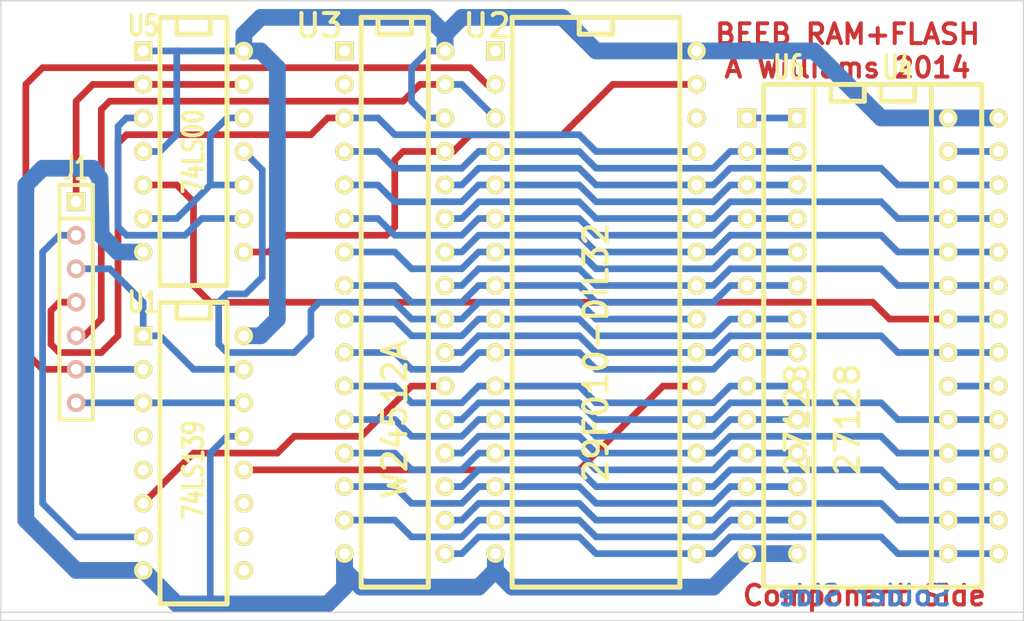
<source format=kicad_pcb>
(kicad_pcb (version 3) (host pcbnew "(2013-07-07 BZR 4022)-stable")

  (general
    (links 107)
    (no_connects 0)
    (area 207.594999 96.469999 285.165001 143.560001)
    (thickness 1.6)
    (drawings 19)
    (tracks 414)
    (zones 0)
    (modules 7)
    (nets 42)
  )

  (page A3)
  (layers
    (15 F.Cu signal)
    (0 B.Cu signal)
    (16 B.Adhes user)
    (17 F.Adhes user)
    (18 B.Paste user)
    (19 F.Paste user)
    (20 B.SilkS user)
    (21 F.SilkS user)
    (22 B.Mask user)
    (23 F.Mask user)
    (24 Dwgs.User user)
    (25 Cmts.User user)
    (26 Eco1.User user)
    (27 Eco2.User user)
    (28 Edge.Cuts user)
  )

  (setup
    (last_trace_width 0.254)
    (user_trace_width 0.508)
    (user_trace_width 1.27)
    (user_trace_width 2.54)
    (trace_clearance 0.254)
    (zone_clearance 0.508)
    (zone_45_only no)
    (trace_min 0.254)
    (segment_width 0.2)
    (edge_width 0.1)
    (via_size 0.889)
    (via_drill 0.635)
    (via_min_size 0.889)
    (via_min_drill 0.508)
    (uvia_size 0.508)
    (uvia_drill 0.127)
    (uvias_allowed no)
    (uvia_min_size 0.508)
    (uvia_min_drill 0.127)
    (pcb_text_width 0.3)
    (pcb_text_size 1.5 1.5)
    (mod_edge_width 0.381)
    (mod_text_size 1 1)
    (mod_text_width 0.15)
    (pad_size 1.5 1.5)
    (pad_drill 0.6)
    (pad_to_mask_clearance 0)
    (aux_axis_origin 0 0)
    (visible_elements 7FFFFFFF)
    (pcbplotparams
      (layerselection 283148289)
      (usegerberextensions true)
      (excludeedgelayer true)
      (linewidth 0.150000)
      (plotframeref false)
      (viasonmask false)
      (mode 1)
      (useauxorigin false)
      (hpglpennumber 1)
      (hpglpenspeed 20)
      (hpglpendiameter 15)
      (hpglpenoverlay 2)
      (psnegative false)
      (psa4output false)
      (plotreference true)
      (plotvalue true)
      (plotothertext true)
      (plotinvisibletext false)
      (padsonsilk false)
      (subtractmaskfromsilk false)
      (outputformat 1)
      (mirror false)
      (drillshape 0)
      (scaleselection 1)
      (outputdirectory ""))
  )

  (net 0 "")
  (net 1 /A0)
  (net 2 /A1)
  (net 3 /A10)
  (net 4 /A11)
  (net 5 /A12)
  (net 6 /A13)
  (net 7 /A2)
  (net 8 /A3)
  (net 9 /A4)
  (net 10 /A5)
  (net 11 /A6)
  (net 12 /A7)
  (net 13 /A8)
  (net 14 /A9)
  (net 15 /D0)
  (net 16 /D1)
  (net 17 /D2)
  (net 18 /D3)
  (net 19 /D4)
  (net 20 /D5)
  (net 21 /D6)
  (net 22 /D7)
  (net 23 /E)
  (net 24 /MB)
  (net 25 /MCE)
  (net 26 /MOE)
  (net 27 /MPGM)
  (net 28 /MVPP)
  (net 29 /NFLASHCS)
  (net 30 /NOE)
  (net 31 /NRAMCS)
  (net 32 /NWDS)
  (net 33 /QA)
  (net 34 /QB)
  (net 35 /QC)
  (net 36 /QD)
  (net 37 /RNW)
  (net 38 GND)
  (net 39 N-0000036)
  (net 40 N-0000037)
  (net 41 VCC)

  (net_class Default "This is the default net class."
    (clearance 0.254)
    (trace_width 0.254)
    (via_dia 0.889)
    (via_drill 0.635)
    (uvia_dia 0.508)
    (uvia_drill 0.127)
    (add_net "")
    (add_net /A0)
    (add_net /A1)
    (add_net /A10)
    (add_net /A11)
    (add_net /A12)
    (add_net /A13)
    (add_net /A2)
    (add_net /A3)
    (add_net /A4)
    (add_net /A5)
    (add_net /A6)
    (add_net /A7)
    (add_net /A8)
    (add_net /A9)
    (add_net /D0)
    (add_net /D1)
    (add_net /D2)
    (add_net /D3)
    (add_net /D4)
    (add_net /D5)
    (add_net /D6)
    (add_net /D7)
    (add_net /E)
    (add_net /MB)
    (add_net /MCE)
    (add_net /MOE)
    (add_net /MPGM)
    (add_net /MVPP)
    (add_net /NFLASHCS)
    (add_net /NOE)
    (add_net /NRAMCS)
    (add_net /NWDS)
    (add_net /QA)
    (add_net /QB)
    (add_net /QC)
    (add_net /QD)
    (add_net /RNW)
    (add_net GND)
    (add_net N-0000036)
    (add_net N-0000037)
    (add_net VCC)
  )

  (module SIL-7 (layer F.Cu) (tedit 541C43B7) (tstamp 541C3081)
    (at 213.36 119.38 270)
    (descr "Connecteur 7 pins")
    (tags "CONN DEV")
    (path /541C2D6D)
    (fp_text reference J1 (at -10.16 0 360) (layer F.SilkS)
      (effects (font (size 1.72974 1.08712) (thickness 0.3048)))
    )
    (fp_text value CON1 (at 0 -2.54 270) (layer F.SilkS) hide
      (effects (font (size 1.524 1.016) (thickness 0.3048)))
    )
    (fp_line (start -8.89 -1.27) (end -8.89 -1.27) (layer F.SilkS) (width 0.3048))
    (fp_line (start -8.89 -1.27) (end 8.89 -1.27) (layer F.SilkS) (width 0.3048))
    (fp_line (start 8.89 -1.27) (end 8.89 1.27) (layer F.SilkS) (width 0.3048))
    (fp_line (start 8.89 1.27) (end -8.89 1.27) (layer F.SilkS) (width 0.3048))
    (fp_line (start -8.89 1.27) (end -8.89 -1.27) (layer F.SilkS) (width 0.3048))
    (fp_line (start -6.35 1.27) (end -6.35 1.27) (layer F.SilkS) (width 0.3048))
    (fp_line (start -6.35 1.27) (end -6.35 -1.27) (layer F.SilkS) (width 0.3048))
    (pad 1 thru_hole rect (at -7.62 0 270) (size 1.397 1.397) (drill 0.8128)
      (layers *.Cu *.Mask F.SilkS)
      (net 37 /RNW)
    )
    (pad 2 thru_hole circle (at -5.08 0 270) (size 1.397 1.397) (drill 0.8128)
      (layers *.Cu *.SilkS *.Mask)
      (net 24 /MB)
    )
    (pad 3 thru_hole circle (at -2.54 0 270) (size 1.397 1.397) (drill 0.8128)
      (layers *.Cu *.SilkS *.Mask)
      (net 23 /E)
    )
    (pad 4 thru_hole circle (at 0 0 270) (size 1.397 1.397) (drill 0.8128)
      (layers *.Cu *.SilkS *.Mask)
      (net 33 /QA)
    )
    (pad 5 thru_hole circle (at 2.54 0 270) (size 1.397 1.397) (drill 0.8128)
      (layers *.Cu *.SilkS *.Mask)
      (net 34 /QB)
    )
    (pad 6 thru_hole circle (at 5.08 0 270) (size 1.397 1.397) (drill 0.8128)
      (layers *.Cu *.SilkS *.Mask)
      (net 35 /QC)
    )
    (pad 7 thru_hole circle (at 7.62 0 270) (size 1.397 1.397) (drill 0.8128)
      (layers *.Cu *.SilkS *.Mask)
      (net 36 /QD)
    )
  )

  (module DIP-32__600 (layer F.Cu) (tedit 541C43D3) (tstamp 541C30AC)
    (at 252.73 119.38 270)
    (descr "32 pins DIL package, round pads")
    (tags DIL)
    (path /541AD17D)
    (fp_text reference U2 (at -20.955 8.255 360) (layer F.SilkS)
      (effects (font (size 1.778 1.778) (thickness 0.3048)))
    )
    (fp_text value 29F010-DIL32 (at 3.81 0 270) (layer F.SilkS)
      (effects (font (size 1.778 1.778) (thickness 0.3048)))
    )
    (fp_line (start -21.59 -6.35) (end 21.59 -6.35) (layer F.SilkS) (width 0.381))
    (fp_line (start 21.59 -6.35) (end 21.59 6.35) (layer F.SilkS) (width 0.381))
    (fp_line (start 21.59 6.35) (end -21.59 6.35) (layer F.SilkS) (width 0.381))
    (fp_line (start -21.59 6.35) (end -21.59 -6.35) (layer F.SilkS) (width 0.381))
    (fp_line (start -21.59 1.27) (end -20.32 1.27) (layer F.SilkS) (width 0.381))
    (fp_line (start -20.32 1.27) (end -20.32 -1.27) (layer F.SilkS) (width 0.381))
    (fp_line (start -20.32 -1.27) (end -21.59 -1.27) (layer F.SilkS) (width 0.381))
    (pad 1 thru_hole rect (at -19.05 7.62 270) (size 1.397 1.397) (drill 0.8128)
      (layers *.Cu *.Mask F.SilkS)
    )
    (pad 2 thru_hole circle (at -16.51 7.62 270) (size 1.397 1.397) (drill 0.8128)
      (layers *.Cu *.Mask F.SilkS)
      (net 35 /QC)
    )
    (pad 3 thru_hole circle (at -13.97 7.62 270) (size 1.397 1.397) (drill 0.8128)
      (layers *.Cu *.Mask F.SilkS)
      (net 34 /QB)
    )
    (pad 4 thru_hole circle (at -11.43 7.62 270) (size 1.397 1.397) (drill 0.8128)
      (layers *.Cu *.Mask F.SilkS)
      (net 5 /A12)
    )
    (pad 5 thru_hole circle (at -8.89 7.62 270) (size 1.397 1.397) (drill 0.8128)
      (layers *.Cu *.Mask F.SilkS)
      (net 12 /A7)
    )
    (pad 6 thru_hole circle (at -6.35 7.62 270) (size 1.397 1.397) (drill 0.8128)
      (layers *.Cu *.Mask F.SilkS)
      (net 11 /A6)
    )
    (pad 7 thru_hole circle (at -3.81 7.62 270) (size 1.397 1.397) (drill 0.8128)
      (layers *.Cu *.Mask F.SilkS)
      (net 10 /A5)
    )
    (pad 8 thru_hole circle (at -1.27 7.62 270) (size 1.397 1.397) (drill 0.8128)
      (layers *.Cu *.Mask F.SilkS)
      (net 9 /A4)
    )
    (pad 9 thru_hole circle (at 1.27 7.62 270) (size 1.397 1.397) (drill 0.8128)
      (layers *.Cu *.Mask F.SilkS)
      (net 8 /A3)
    )
    (pad 10 thru_hole circle (at 3.81 7.62 270) (size 1.397 1.397) (drill 0.8128)
      (layers *.Cu *.Mask F.SilkS)
      (net 7 /A2)
    )
    (pad 11 thru_hole circle (at 6.35 7.62 270) (size 1.397 1.397) (drill 0.8128)
      (layers *.Cu *.Mask F.SilkS)
      (net 2 /A1)
    )
    (pad 12 thru_hole circle (at 8.89 7.62 270) (size 1.397 1.397) (drill 0.8128)
      (layers *.Cu *.Mask F.SilkS)
      (net 1 /A0)
    )
    (pad 13 thru_hole circle (at 11.43 7.62 270) (size 1.397 1.397) (drill 0.8128)
      (layers *.Cu *.Mask F.SilkS)
      (net 15 /D0)
    )
    (pad 14 thru_hole circle (at 13.97 7.62 270) (size 1.397 1.397) (drill 0.8128)
      (layers *.Cu *.Mask F.SilkS)
      (net 16 /D1)
    )
    (pad 15 thru_hole circle (at 16.51 7.62 270) (size 1.397 1.397) (drill 0.8128)
      (layers *.Cu *.Mask F.SilkS)
      (net 17 /D2)
    )
    (pad 16 thru_hole circle (at 19.05 7.62 270) (size 1.397 1.397) (drill 0.8128)
      (layers *.Cu *.Mask F.SilkS)
      (net 38 GND)
    )
    (pad 17 thru_hole circle (at 19.05 -7.62 270) (size 1.397 1.397) (drill 0.8128)
      (layers *.Cu *.Mask F.SilkS)
      (net 18 /D3)
    )
    (pad 18 thru_hole circle (at 16.51 -7.62 270) (size 1.397 1.397) (drill 0.8128)
      (layers *.Cu *.Mask F.SilkS)
      (net 19 /D4)
    )
    (pad 19 thru_hole circle (at 13.97 -7.62 270) (size 1.397 1.397) (drill 0.8128)
      (layers *.Cu *.Mask F.SilkS)
      (net 20 /D5)
    )
    (pad 20 thru_hole circle (at 11.43 -7.62 270) (size 1.397 1.397) (drill 0.8128)
      (layers *.Cu *.Mask F.SilkS)
      (net 21 /D6)
    )
    (pad 21 thru_hole circle (at 8.89 -7.62 270) (size 1.397 1.397) (drill 0.8128)
      (layers *.Cu *.Mask F.SilkS)
      (net 22 /D7)
    )
    (pad 22 thru_hole circle (at 6.35 -7.62 270) (size 1.397 1.397) (drill 0.8128)
      (layers *.Cu *.Mask F.SilkS)
      (net 29 /NFLASHCS)
    )
    (pad 23 thru_hole circle (at 3.81 -7.62 270) (size 1.397 1.397) (drill 0.8128)
      (layers *.Cu *.Mask F.SilkS)
      (net 3 /A10)
    )
    (pad 24 thru_hole circle (at 1.27 -7.62 270) (size 1.397 1.397) (drill 0.8128)
      (layers *.Cu *.Mask F.SilkS)
      (net 30 /NOE)
    )
    (pad 25 thru_hole circle (at -1.27 -7.62 270) (size 1.397 1.397) (drill 0.8128)
      (layers *.Cu *.Mask F.SilkS)
      (net 4 /A11)
    )
    (pad 26 thru_hole circle (at -3.81 -7.62 270) (size 1.397 1.397) (drill 0.8128)
      (layers *.Cu *.Mask F.SilkS)
      (net 14 /A9)
    )
    (pad 27 thru_hole circle (at -6.35 -7.62 270) (size 1.397 1.397) (drill 0.8128)
      (layers *.Cu *.Mask F.SilkS)
      (net 13 /A8)
    )
    (pad 28 thru_hole circle (at -8.89 -7.62 270) (size 1.397 1.397) (drill 0.8128)
      (layers *.Cu *.Mask F.SilkS)
      (net 6 /A13)
    )
    (pad 29 thru_hole circle (at -11.43 -7.62 270) (size 1.397 1.397) (drill 0.8128)
      (layers *.Cu *.Mask F.SilkS)
      (net 33 /QA)
    )
    (pad 30 thru_hole circle (at -13.97 -7.62 270) (size 1.397 1.397) (drill 0.8128)
      (layers *.Cu *.Mask F.SilkS)
    )
    (pad 31 thru_hole circle (at -16.51 -7.62 270) (size 1.397 1.397) (drill 0.8128)
      (layers *.Cu *.Mask F.SilkS)
      (net 32 /NWDS)
    )
    (pad 32 thru_hole circle (at -19.05 -7.62 270) (size 1.397 1.397) (drill 0.8128)
      (layers *.Cu *.Mask F.SilkS)
      (net 41 VCC)
    )
    (model dil/dil_32-w600.wrl
      (at (xyz 0 0 0))
      (scale (xyz 1 1 1))
      (rotate (xyz 0 0 0))
    )
  )

  (module DIP-28__600 (layer F.Cu) (tedit 541C43E9) (tstamp 541C30D4)
    (at 275.59 121.92 270)
    (descr "Module Dil 28 pins, pads ronds, e=600 mils")
    (tags DIL)
    (path /541AD18C)
    (fp_text reference U4 (at -20.32 0 360) (layer F.SilkS)
      (effects (font (size 1.778 1.143) (thickness 0.3048)))
    )
    (fp_text value 27128 (at 6.35 3.81 270) (layer F.SilkS)
      (effects (font (size 1.778 1.778) (thickness 0.3048)))
    )
    (fp_line (start -19.05 -1.27) (end -19.05 -1.27) (layer F.SilkS) (width 0.381))
    (fp_line (start -19.05 -1.27) (end -17.78 -1.27) (layer F.SilkS) (width 0.381))
    (fp_line (start -17.78 -1.27) (end -17.78 1.27) (layer F.SilkS) (width 0.381))
    (fp_line (start -17.78 1.27) (end -19.05 1.27) (layer F.SilkS) (width 0.381))
    (fp_line (start -19.05 -6.35) (end 19.05 -6.35) (layer F.SilkS) (width 0.381))
    (fp_line (start 19.05 -6.35) (end 19.05 6.35) (layer F.SilkS) (width 0.381))
    (fp_line (start 19.05 6.35) (end -19.05 6.35) (layer F.SilkS) (width 0.381))
    (fp_line (start -19.05 6.35) (end -19.05 -6.35) (layer F.SilkS) (width 0.381))
    (pad 1 thru_hole rect (at -16.51 7.62 270) (size 1.397 1.397) (drill 0.8128)
      (layers *.Cu *.Mask F.SilkS)
      (net 28 /MVPP)
    )
    (pad 2 thru_hole circle (at -13.97 7.62 270) (size 1.397 1.397) (drill 0.8128)
      (layers *.Cu *.Mask F.SilkS)
      (net 5 /A12)
    )
    (pad 3 thru_hole circle (at -11.43 7.62 270) (size 1.397 1.397) (drill 0.8128)
      (layers *.Cu *.Mask F.SilkS)
      (net 12 /A7)
    )
    (pad 4 thru_hole circle (at -8.89 7.62 270) (size 1.397 1.397) (drill 0.8128)
      (layers *.Cu *.Mask F.SilkS)
      (net 11 /A6)
    )
    (pad 5 thru_hole circle (at -6.35 7.62 270) (size 1.397 1.397) (drill 0.8128)
      (layers *.Cu *.Mask F.SilkS)
      (net 10 /A5)
    )
    (pad 6 thru_hole circle (at -3.81 7.62 270) (size 1.397 1.397) (drill 0.8128)
      (layers *.Cu *.Mask F.SilkS)
      (net 9 /A4)
    )
    (pad 7 thru_hole circle (at -1.27 7.62 270) (size 1.397 1.397) (drill 0.8128)
      (layers *.Cu *.Mask F.SilkS)
      (net 8 /A3)
    )
    (pad 8 thru_hole circle (at 1.27 7.62 270) (size 1.397 1.397) (drill 0.8128)
      (layers *.Cu *.Mask F.SilkS)
      (net 7 /A2)
    )
    (pad 9 thru_hole circle (at 3.81 7.62 270) (size 1.397 1.397) (drill 0.8128)
      (layers *.Cu *.Mask F.SilkS)
      (net 2 /A1)
    )
    (pad 10 thru_hole circle (at 6.35 7.62 270) (size 1.397 1.397) (drill 0.8128)
      (layers *.Cu *.Mask F.SilkS)
      (net 1 /A0)
    )
    (pad 11 thru_hole circle (at 8.89 7.62 270) (size 1.397 1.397) (drill 0.8128)
      (layers *.Cu *.Mask F.SilkS)
      (net 15 /D0)
    )
    (pad 12 thru_hole circle (at 11.43 7.62 270) (size 1.397 1.397) (drill 0.8128)
      (layers *.Cu *.Mask F.SilkS)
      (net 16 /D1)
    )
    (pad 13 thru_hole circle (at 13.97 7.62 270) (size 1.397 1.397) (drill 0.8128)
      (layers *.Cu *.Mask F.SilkS)
      (net 17 /D2)
    )
    (pad 14 thru_hole circle (at 16.51 7.62 270) (size 1.397 1.397) (drill 0.8128)
      (layers *.Cu *.Mask F.SilkS)
      (net 38 GND)
    )
    (pad 15 thru_hole circle (at 16.51 -7.62 270) (size 1.397 1.397) (drill 0.8128)
      (layers *.Cu *.Mask F.SilkS)
      (net 18 /D3)
    )
    (pad 16 thru_hole circle (at 13.97 -7.62 270) (size 1.397 1.397) (drill 0.8128)
      (layers *.Cu *.Mask F.SilkS)
      (net 19 /D4)
    )
    (pad 17 thru_hole circle (at 11.43 -7.62 270) (size 1.397 1.397) (drill 0.8128)
      (layers *.Cu *.Mask F.SilkS)
      (net 20 /D5)
    )
    (pad 18 thru_hole circle (at 8.89 -7.62 270) (size 1.397 1.397) (drill 0.8128)
      (layers *.Cu *.Mask F.SilkS)
      (net 21 /D6)
    )
    (pad 19 thru_hole circle (at 6.35 -7.62 270) (size 1.397 1.397) (drill 0.8128)
      (layers *.Cu *.Mask F.SilkS)
      (net 22 /D7)
    )
    (pad 20 thru_hole circle (at 3.81 -7.62 270) (size 1.397 1.397) (drill 0.8128)
      (layers *.Cu *.Mask F.SilkS)
      (net 25 /MCE)
    )
    (pad 21 thru_hole circle (at 1.27 -7.62 270) (size 1.397 1.397) (drill 0.8128)
      (layers *.Cu *.Mask F.SilkS)
      (net 3 /A10)
    )
    (pad 22 thru_hole circle (at -1.27 -7.62 270) (size 1.397 1.397) (drill 0.8128)
      (layers *.Cu *.Mask F.SilkS)
      (net 26 /MOE)
    )
    (pad 23 thru_hole circle (at -3.81 -7.62 270) (size 1.397 1.397) (drill 0.8128)
      (layers *.Cu *.Mask F.SilkS)
      (net 4 /A11)
    )
    (pad 24 thru_hole circle (at -6.35 -7.62 270) (size 1.397 1.397) (drill 0.8128)
      (layers *.Cu *.Mask F.SilkS)
      (net 14 /A9)
    )
    (pad 25 thru_hole circle (at -8.89 -7.62 270) (size 1.397 1.397) (drill 0.8128)
      (layers *.Cu *.Mask F.SilkS)
      (net 13 /A8)
    )
    (pad 26 thru_hole circle (at -11.43 -7.62 270) (size 1.397 1.397) (drill 0.8128)
      (layers *.Cu *.Mask F.SilkS)
      (net 6 /A13)
    )
    (pad 27 thru_hole circle (at -13.97 -7.62 270) (size 1.397 1.397) (drill 0.8128)
      (layers *.Cu *.Mask F.SilkS)
      (net 27 /MPGM)
    )
    (pad 28 thru_hole circle (at -16.51 -7.62 270) (size 1.397 1.397) (drill 0.8128)
      (layers *.Cu *.Mask F.SilkS)
      (net 41 VCC)
    )
    (model dil/dil_28-w600.wrl
      (at (xyz 0 0 0))
      (scale (xyz 1 1 1))
      (rotate (xyz 0 0 0))
    )
  )

  (module DIP-28__600 (layer F.Cu) (tedit 541C43E2) (tstamp 541C30FC)
    (at 271.78 121.92 270)
    (descr "Module Dil 28 pins, pads ronds, e=600 mils")
    (tags DIL)
    (path /541AD870)
    (fp_text reference U6 (at -20.32 4.445 360) (layer F.SilkS)
      (effects (font (size 1.778 1.143) (thickness 0.3048)))
    )
    (fp_text value 27128 (at 6.35 3.81 270) (layer F.SilkS)
      (effects (font (size 1.778 1.778) (thickness 0.3048)))
    )
    (fp_line (start -19.05 -1.27) (end -19.05 -1.27) (layer F.SilkS) (width 0.381))
    (fp_line (start -19.05 -1.27) (end -17.78 -1.27) (layer F.SilkS) (width 0.381))
    (fp_line (start -17.78 -1.27) (end -17.78 1.27) (layer F.SilkS) (width 0.381))
    (fp_line (start -17.78 1.27) (end -19.05 1.27) (layer F.SilkS) (width 0.381))
    (fp_line (start -19.05 -6.35) (end 19.05 -6.35) (layer F.SilkS) (width 0.381))
    (fp_line (start 19.05 -6.35) (end 19.05 6.35) (layer F.SilkS) (width 0.381))
    (fp_line (start 19.05 6.35) (end -19.05 6.35) (layer F.SilkS) (width 0.381))
    (fp_line (start -19.05 6.35) (end -19.05 -6.35) (layer F.SilkS) (width 0.381))
    (pad 1 thru_hole rect (at -16.51 7.62 270) (size 1.397 1.397) (drill 0.8128)
      (layers *.Cu *.Mask F.SilkS)
      (net 28 /MVPP)
    )
    (pad 2 thru_hole circle (at -13.97 7.62 270) (size 1.397 1.397) (drill 0.8128)
      (layers *.Cu *.Mask F.SilkS)
      (net 5 /A12)
    )
    (pad 3 thru_hole circle (at -11.43 7.62 270) (size 1.397 1.397) (drill 0.8128)
      (layers *.Cu *.Mask F.SilkS)
      (net 12 /A7)
    )
    (pad 4 thru_hole circle (at -8.89 7.62 270) (size 1.397 1.397) (drill 0.8128)
      (layers *.Cu *.Mask F.SilkS)
      (net 11 /A6)
    )
    (pad 5 thru_hole circle (at -6.35 7.62 270) (size 1.397 1.397) (drill 0.8128)
      (layers *.Cu *.Mask F.SilkS)
      (net 10 /A5)
    )
    (pad 6 thru_hole circle (at -3.81 7.62 270) (size 1.397 1.397) (drill 0.8128)
      (layers *.Cu *.Mask F.SilkS)
      (net 9 /A4)
    )
    (pad 7 thru_hole circle (at -1.27 7.62 270) (size 1.397 1.397) (drill 0.8128)
      (layers *.Cu *.Mask F.SilkS)
      (net 8 /A3)
    )
    (pad 8 thru_hole circle (at 1.27 7.62 270) (size 1.397 1.397) (drill 0.8128)
      (layers *.Cu *.Mask F.SilkS)
      (net 7 /A2)
    )
    (pad 9 thru_hole circle (at 3.81 7.62 270) (size 1.397 1.397) (drill 0.8128)
      (layers *.Cu *.Mask F.SilkS)
      (net 2 /A1)
    )
    (pad 10 thru_hole circle (at 6.35 7.62 270) (size 1.397 1.397) (drill 0.8128)
      (layers *.Cu *.Mask F.SilkS)
      (net 1 /A0)
    )
    (pad 11 thru_hole circle (at 8.89 7.62 270) (size 1.397 1.397) (drill 0.8128)
      (layers *.Cu *.Mask F.SilkS)
      (net 15 /D0)
    )
    (pad 12 thru_hole circle (at 11.43 7.62 270) (size 1.397 1.397) (drill 0.8128)
      (layers *.Cu *.Mask F.SilkS)
      (net 16 /D1)
    )
    (pad 13 thru_hole circle (at 13.97 7.62 270) (size 1.397 1.397) (drill 0.8128)
      (layers *.Cu *.Mask F.SilkS)
      (net 17 /D2)
    )
    (pad 14 thru_hole circle (at 16.51 7.62 270) (size 1.397 1.397) (drill 0.8128)
      (layers *.Cu *.Mask F.SilkS)
      (net 38 GND)
    )
    (pad 15 thru_hole circle (at 16.51 -7.62 270) (size 1.397 1.397) (drill 0.8128)
      (layers *.Cu *.Mask F.SilkS)
      (net 18 /D3)
    )
    (pad 16 thru_hole circle (at 13.97 -7.62 270) (size 1.397 1.397) (drill 0.8128)
      (layers *.Cu *.Mask F.SilkS)
      (net 19 /D4)
    )
    (pad 17 thru_hole circle (at 11.43 -7.62 270) (size 1.397 1.397) (drill 0.8128)
      (layers *.Cu *.Mask F.SilkS)
      (net 20 /D5)
    )
    (pad 18 thru_hole circle (at 8.89 -7.62 270) (size 1.397 1.397) (drill 0.8128)
      (layers *.Cu *.Mask F.SilkS)
      (net 21 /D6)
    )
    (pad 19 thru_hole circle (at 6.35 -7.62 270) (size 1.397 1.397) (drill 0.8128)
      (layers *.Cu *.Mask F.SilkS)
      (net 22 /D7)
    )
    (pad 20 thru_hole circle (at 3.81 -7.62 270) (size 1.397 1.397) (drill 0.8128)
      (layers *.Cu *.Mask F.SilkS)
      (net 25 /MCE)
    )
    (pad 21 thru_hole circle (at 1.27 -7.62 270) (size 1.397 1.397) (drill 0.8128)
      (layers *.Cu *.Mask F.SilkS)
      (net 3 /A10)
    )
    (pad 22 thru_hole circle (at -1.27 -7.62 270) (size 1.397 1.397) (drill 0.8128)
      (layers *.Cu *.Mask F.SilkS)
      (net 26 /MOE)
    )
    (pad 23 thru_hole circle (at -3.81 -7.62 270) (size 1.397 1.397) (drill 0.8128)
      (layers *.Cu *.Mask F.SilkS)
      (net 4 /A11)
    )
    (pad 24 thru_hole circle (at -6.35 -7.62 270) (size 1.397 1.397) (drill 0.8128)
      (layers *.Cu *.Mask F.SilkS)
      (net 14 /A9)
    )
    (pad 25 thru_hole circle (at -8.89 -7.62 270) (size 1.397 1.397) (drill 0.8128)
      (layers *.Cu *.Mask F.SilkS)
      (net 13 /A8)
    )
    (pad 26 thru_hole circle (at -11.43 -7.62 270) (size 1.397 1.397) (drill 0.8128)
      (layers *.Cu *.Mask F.SilkS)
      (net 6 /A13)
    )
    (pad 27 thru_hole circle (at -13.97 -7.62 270) (size 1.397 1.397) (drill 0.8128)
      (layers *.Cu *.Mask F.SilkS)
      (net 27 /MPGM)
    )
    (pad 28 thru_hole circle (at -16.51 -7.62 270) (size 1.397 1.397) (drill 0.8128)
      (layers *.Cu *.Mask F.SilkS)
      (net 41 VCC)
    )
    (model dil/dil_28-w600.wrl
      (at (xyz 0 0 0))
      (scale (xyz 1 1 1))
      (rotate (xyz 0 0 0))
    )
  )

  (module DIP-16__300 (layer F.Cu) (tedit 541C43AD) (tstamp 541C313F)
    (at 222.25 130.81 270)
    (descr "16 pins DIL package, round pads")
    (tags DIL)
    (path /541ADC5E)
    (fp_text reference U1 (at -11.43 3.81 360) (layer F.SilkS)
      (effects (font (size 1.524 1.143) (thickness 0.3048)))
    )
    (fp_text value 74LS139 (at 1.27 0 270) (layer F.SilkS)
      (effects (font (size 1.524 1.143) (thickness 0.3048)))
    )
    (fp_line (start -11.43 -1.27) (end -11.43 -1.27) (layer F.SilkS) (width 0.381))
    (fp_line (start -11.43 -1.27) (end -10.16 -1.27) (layer F.SilkS) (width 0.381))
    (fp_line (start -10.16 -1.27) (end -10.16 1.27) (layer F.SilkS) (width 0.381))
    (fp_line (start -10.16 1.27) (end -11.43 1.27) (layer F.SilkS) (width 0.381))
    (fp_line (start -11.43 -2.54) (end 11.43 -2.54) (layer F.SilkS) (width 0.381))
    (fp_line (start 11.43 -2.54) (end 11.43 2.54) (layer F.SilkS) (width 0.381))
    (fp_line (start 11.43 2.54) (end -11.43 2.54) (layer F.SilkS) (width 0.381))
    (fp_line (start -11.43 2.54) (end -11.43 -2.54) (layer F.SilkS) (width 0.381))
    (pad 1 thru_hole rect (at -8.89 3.81 270) (size 1.397 1.397) (drill 0.8128)
      (layers *.Cu *.Mask F.SilkS)
      (net 23 /E)
    )
    (pad 2 thru_hole circle (at -6.35 3.81 270) (size 1.397 1.397) (drill 0.8128)
      (layers *.Cu *.Mask F.SilkS)
      (net 35 /QC)
    )
    (pad 3 thru_hole circle (at -3.81 3.81 270) (size 1.397 1.397) (drill 0.8128)
      (layers *.Cu *.Mask F.SilkS)
      (net 36 /QD)
    )
    (pad 4 thru_hole circle (at -1.27 3.81 270) (size 1.397 1.397) (drill 0.8128)
      (layers *.Cu *.Mask F.SilkS)
    )
    (pad 5 thru_hole circle (at 1.27 3.81 270) (size 1.397 1.397) (drill 0.8128)
      (layers *.Cu *.Mask F.SilkS)
    )
    (pad 6 thru_hole circle (at 3.81 3.81 270) (size 1.397 1.397) (drill 0.8128)
      (layers *.Cu *.Mask F.SilkS)
      (net 31 /NRAMCS)
    )
    (pad 7 thru_hole circle (at 6.35 3.81 270) (size 1.397 1.397) (drill 0.8128)
      (layers *.Cu *.Mask F.SilkS)
      (net 24 /MB)
    )
    (pad 8 thru_hole circle (at 8.89 3.81 270) (size 1.397 1.397) (drill 0.8128)
      (layers *.Cu *.Mask F.SilkS)
      (net 38 GND)
    )
    (pad 9 thru_hole circle (at 8.89 -3.81 270) (size 1.397 1.397) (drill 0.8128)
      (layers *.Cu *.Mask F.SilkS)
    )
    (pad 10 thru_hole circle (at 6.35 -3.81 270) (size 1.397 1.397) (drill 0.8128)
      (layers *.Cu *.Mask F.SilkS)
    )
    (pad 11 thru_hole circle (at 3.81 -3.81 270) (size 1.397 1.397) (drill 0.8128)
      (layers *.Cu *.Mask F.SilkS)
    )
    (pad 12 thru_hole circle (at 1.27 -3.81 270) (size 1.397 1.397) (drill 0.8128)
      (layers *.Cu *.Mask F.SilkS)
      (net 29 /NFLASHCS)
    )
    (pad 13 thru_hole circle (at -1.27 -3.81 270) (size 1.397 1.397) (drill 0.8128)
      (layers *.Cu *.Mask F.SilkS)
      (net 38 GND)
    )
    (pad 14 thru_hole circle (at -3.81 -3.81 270) (size 1.397 1.397) (drill 0.8128)
      (layers *.Cu *.Mask F.SilkS)
      (net 36 /QD)
    )
    (pad 15 thru_hole circle (at -6.35 -3.81 270) (size 1.397 1.397) (drill 0.8128)
      (layers *.Cu *.Mask F.SilkS)
      (net 23 /E)
    )
    (pad 16 thru_hole circle (at -8.89 -3.81 270) (size 1.397 1.397) (drill 0.8128)
      (layers *.Cu *.Mask F.SilkS)
      (net 41 VCC)
    )
    (model dil/dil_16.wrl
      (at (xyz 0 0 0))
      (scale (xyz 1 1 1))
      (rotate (xyz 0 0 0))
    )
  )

  (module DIP-14__300 (layer F.Cu) (tedit 541C43BE) (tstamp 541C3158)
    (at 222.25 107.95 270)
    (descr "14 pins DIL package, round pads")
    (tags DIL)
    (path /541ADE02)
    (fp_text reference U5 (at -9.525 3.81 360) (layer F.SilkS)
      (effects (font (size 1.524 1.143) (thickness 0.3048)))
    )
    (fp_text value 74LS00 (at 0 0 270) (layer F.SilkS)
      (effects (font (size 1.524 1.143) (thickness 0.3048)))
    )
    (fp_line (start -10.16 -2.54) (end 10.16 -2.54) (layer F.SilkS) (width 0.381))
    (fp_line (start 10.16 2.54) (end -10.16 2.54) (layer F.SilkS) (width 0.381))
    (fp_line (start -10.16 2.54) (end -10.16 -2.54) (layer F.SilkS) (width 0.381))
    (fp_line (start -10.16 -1.27) (end -8.89 -1.27) (layer F.SilkS) (width 0.381))
    (fp_line (start -8.89 -1.27) (end -8.89 1.27) (layer F.SilkS) (width 0.381))
    (fp_line (start -8.89 1.27) (end -10.16 1.27) (layer F.SilkS) (width 0.381))
    (fp_line (start 10.16 -2.54) (end 10.16 2.54) (layer F.SilkS) (width 0.381))
    (pad 1 thru_hole rect (at -7.62 3.81 270) (size 1.397 1.397) (drill 0.8128)
      (layers *.Cu *.Mask F.SilkS)
      (net 41 VCC)
    )
    (pad 2 thru_hole circle (at -5.08 3.81 270) (size 1.397 1.397) (drill 0.8128)
      (layers *.Cu *.Mask F.SilkS)
      (net 37 /RNW)
    )
    (pad 3 thru_hole circle (at -2.54 3.81 270) (size 1.397 1.397) (drill 0.8128)
      (layers *.Cu *.Mask F.SilkS)
      (net 40 N-0000037)
    )
    (pad 4 thru_hole circle (at 0 3.81 270) (size 1.397 1.397) (drill 0.8128)
      (layers *.Cu *.Mask F.SilkS)
      (net 41 VCC)
    )
    (pad 5 thru_hole circle (at 2.54 3.81 270) (size 1.397 1.397) (drill 0.8128)
      (layers *.Cu *.Mask F.SilkS)
      (net 26 /MOE)
    )
    (pad 6 thru_hole circle (at 5.08 3.81 270) (size 1.397 1.397) (drill 0.8128)
      (layers *.Cu *.Mask F.SilkS)
      (net 39 N-0000036)
    )
    (pad 7 thru_hole circle (at 7.62 3.81 270) (size 1.397 1.397) (drill 0.8128)
      (layers *.Cu *.Mask F.SilkS)
      (net 38 GND)
    )
    (pad 8 thru_hole circle (at 7.62 -3.81 270) (size 1.397 1.397) (drill 0.8128)
      (layers *.Cu *.Mask F.SilkS)
      (net 32 /NWDS)
    )
    (pad 9 thru_hole circle (at 5.08 -3.81 270) (size 1.397 1.397) (drill 0.8128)
      (layers *.Cu *.Mask F.SilkS)
      (net 40 N-0000037)
    )
    (pad 10 thru_hole circle (at 2.54 -3.81 270) (size 1.397 1.397) (drill 0.8128)
      (layers *.Cu *.Mask F.SilkS)
      (net 39 N-0000036)
    )
    (pad 11 thru_hole circle (at 0 -3.81 270) (size 1.397 1.397) (drill 0.8128)
      (layers *.Cu *.Mask F.SilkS)
      (net 30 /NOE)
    )
    (pad 12 thru_hole circle (at -2.54 -3.81 270) (size 1.397 1.397) (drill 0.8128)
      (layers *.Cu *.Mask F.SilkS)
      (net 39 N-0000036)
    )
    (pad 13 thru_hole circle (at -5.08 -3.81 270) (size 1.397 1.397) (drill 0.8128)
      (layers *.Cu *.Mask F.SilkS)
      (net 37 /RNW)
    )
    (pad 14 thru_hole circle (at -7.62 -3.81 270) (size 1.397 1.397) (drill 0.8128)
      (layers *.Cu *.Mask F.SilkS)
      (net 41 VCC)
    )
    (model dil/dil_14.wrl
      (at (xyz 0 0 0))
      (scale (xyz 1 1 1))
      (rotate (xyz 0 0 0))
    )
  )

  (module DIP-32__300 (layer F.Cu) (tedit 541C43CD) (tstamp 541C35FC)
    (at 241.3 119.38 270)
    (descr "32 pins DIL package 300, round pads")
    (tags DIL)
    (path /541AD4FF)
    (fp_text reference U3 (at -20.955 9.525 360) (layer F.SilkS)
      (effects (font (size 1.778 1.778) (thickness 0.3048)))
    )
    (fp_text value W24512A (at 8.89 3.81 270) (layer F.SilkS)
      (effects (font (size 1.778 1.778) (thickness 0.3048)))
    )
    (fp_line (start -20.32 5.08) (end -21.59 5.08) (layer F.SilkS) (width 0.381))
    (fp_line (start -21.59 1.27) (end -21.59 6.35) (layer F.SilkS) (width 0.381))
    (fp_line (start 21.59 1.27) (end 21.59 6.35) (layer F.SilkS) (width 0.381))
    (fp_line (start -21.59 1.27) (end 21.59 1.27) (layer F.SilkS) (width 0.381))
    (fp_line (start 21.59 6.35) (end -21.59 6.35) (layer F.SilkS) (width 0.381))
    (fp_line (start -21.59 1.27) (end -20.32 1.27) (layer F.SilkS) (width 0.381))
    (fp_line (start -20.32 5.08) (end -20.32 2.54) (layer F.SilkS) (width 0.381))
    (fp_line (start -20.32 2.54) (end -21.59 2.54) (layer F.SilkS) (width 0.381))
    (pad 1 thru_hole rect (at -19.05 7.62 270) (size 1.397 1.397) (drill 0.8128)
      (layers *.Cu *.Mask F.SilkS)
    )
    (pad 2 thru_hole circle (at -16.51 7.62 270) (size 1.397 1.397) (drill 0.8128)
      (layers *.Cu *.Mask F.SilkS)
    )
    (pad 3 thru_hole circle (at -13.97 7.62 270) (size 1.397 1.397) (drill 0.8128)
      (layers *.Cu *.Mask F.SilkS)
      (net 33 /QA)
    )
    (pad 4 thru_hole circle (at -11.43 7.62 270) (size 1.397 1.397) (drill 0.8128)
      (layers *.Cu *.Mask F.SilkS)
      (net 5 /A12)
    )
    (pad 5 thru_hole circle (at -8.89 7.62 270) (size 1.397 1.397) (drill 0.8128)
      (layers *.Cu *.Mask F.SilkS)
      (net 12 /A7)
    )
    (pad 6 thru_hole circle (at -6.35 7.62 270) (size 1.397 1.397) (drill 0.8128)
      (layers *.Cu *.Mask F.SilkS)
      (net 11 /A6)
    )
    (pad 7 thru_hole circle (at -3.81 7.62 270) (size 1.397 1.397) (drill 0.8128)
      (layers *.Cu *.Mask F.SilkS)
      (net 10 /A5)
    )
    (pad 8 thru_hole circle (at -1.27 7.62 270) (size 1.397 1.397) (drill 0.8128)
      (layers *.Cu *.Mask F.SilkS)
      (net 9 /A4)
    )
    (pad 9 thru_hole circle (at 1.27 7.62 270) (size 1.397 1.397) (drill 0.8128)
      (layers *.Cu *.Mask F.SilkS)
      (net 8 /A3)
    )
    (pad 10 thru_hole circle (at 3.81 7.62 270) (size 1.397 1.397) (drill 0.8128)
      (layers *.Cu *.Mask F.SilkS)
      (net 7 /A2)
    )
    (pad 11 thru_hole circle (at 6.35 7.62 270) (size 1.397 1.397) (drill 0.8128)
      (layers *.Cu *.Mask F.SilkS)
      (net 2 /A1)
    )
    (pad 12 thru_hole circle (at 8.89 7.62 270) (size 1.397 1.397) (drill 0.8128)
      (layers *.Cu *.Mask F.SilkS)
      (net 1 /A0)
    )
    (pad 13 thru_hole circle (at 11.43 7.62 270) (size 1.397 1.397) (drill 0.8128)
      (layers *.Cu *.Mask F.SilkS)
      (net 15 /D0)
    )
    (pad 14 thru_hole circle (at 13.97 7.62 270) (size 1.397 1.397) (drill 0.8128)
      (layers *.Cu *.Mask F.SilkS)
      (net 16 /D1)
    )
    (pad 15 thru_hole circle (at 16.51 7.62 270) (size 1.397 1.397) (drill 0.8128)
      (layers *.Cu *.Mask F.SilkS)
      (net 17 /D2)
    )
    (pad 16 thru_hole circle (at 19.05 7.62 270) (size 1.397 1.397) (drill 0.8128)
      (layers *.Cu *.Mask F.SilkS)
      (net 38 GND)
    )
    (pad 17 thru_hole circle (at 19.05 0 270) (size 1.397 1.397) (drill 0.8128)
      (layers *.Cu *.Mask F.SilkS)
      (net 18 /D3)
    )
    (pad 18 thru_hole circle (at 16.51 0 270) (size 1.397 1.397) (drill 0.8128)
      (layers *.Cu *.Mask F.SilkS)
      (net 19 /D4)
    )
    (pad 19 thru_hole circle (at 13.97 0 270) (size 1.397 1.397) (drill 0.8128)
      (layers *.Cu *.Mask F.SilkS)
      (net 20 /D5)
    )
    (pad 20 thru_hole circle (at 11.43 0 270) (size 1.397 1.397) (drill 0.8128)
      (layers *.Cu *.Mask F.SilkS)
      (net 21 /D6)
    )
    (pad 21 thru_hole circle (at 8.89 0 270) (size 1.397 1.397) (drill 0.8128)
      (layers *.Cu *.Mask F.SilkS)
      (net 22 /D7)
    )
    (pad 22 thru_hole circle (at 6.35 0 270) (size 1.397 1.397) (drill 0.8128)
      (layers *.Cu *.Mask F.SilkS)
      (net 31 /NRAMCS)
    )
    (pad 23 thru_hole circle (at 3.81 0 270) (size 1.397 1.397) (drill 0.8128)
      (layers *.Cu *.Mask F.SilkS)
      (net 3 /A10)
    )
    (pad 24 thru_hole circle (at 1.27 0 270) (size 1.397 1.397) (drill 0.8128)
      (layers *.Cu *.Mask F.SilkS)
      (net 30 /NOE)
    )
    (pad 25 thru_hole circle (at -1.27 0 270) (size 1.397 1.397) (drill 0.8128)
      (layers *.Cu *.Mask F.SilkS)
      (net 4 /A11)
    )
    (pad 26 thru_hole circle (at -3.81 0 270) (size 1.397 1.397) (drill 0.8128)
      (layers *.Cu *.Mask F.SilkS)
      (net 14 /A9)
    )
    (pad 27 thru_hole circle (at -6.35 0 270) (size 1.397 1.397) (drill 0.8128)
      (layers *.Cu *.Mask F.SilkS)
      (net 13 /A8)
    )
    (pad 28 thru_hole circle (at -8.89 0 270) (size 1.397 1.397) (drill 0.8128)
      (layers *.Cu *.Mask F.SilkS)
      (net 6 /A13)
    )
    (pad 29 thru_hole circle (at -11.43 0 270) (size 1.397 1.397) (drill 0.8128)
      (layers *.Cu *.Mask F.SilkS)
      (net 32 /NWDS)
    )
    (pad 30 thru_hole circle (at -13.97 0 270) (size 1.397 1.397) (drill 0.8128)
      (layers *.Cu *.Mask F.SilkS)
      (net 41 VCC)
    )
    (pad 31 thru_hole circle (at -16.51 0 270) (size 1.397 1.397) (drill 0.8128)
      (layers *.Cu *.Mask F.SilkS)
      (net 34 /QB)
    )
    (pad 32 thru_hole circle (at -19.05 0 270) (size 1.397 1.397) (drill 0.8128)
      (layers *.Cu *.Mask F.SilkS)
      (net 41 VCC)
    )
    (model dil/dil_32-w600.wrl
      (at (xyz 0 0 0))
      (scale (xyz 1 1 1))
      (rotate (xyz 0 0 0))
    )
  )

  (gr_line (start 285.115 96.52) (end 285.115 143.51) (angle 90) (layer Edge.Cuts) (width 0.1))
  (gr_line (start 285.115 143.51) (end 285.115 96.52) (angle 90) (layer Edge.Cuts) (width 0.1))
  (gr_line (start 285.115 96.52) (end 285.115 143.51) (angle 90) (layer Edge.Cuts) (width 0.1))
  (gr_line (start 285.115 143.51) (end 285.115 96.52) (angle 90) (layer Edge.Cuts) (width 0.1))
  (gr_line (start 285.115 96.52) (end 285.115 143.51) (angle 90) (layer Edge.Cuts) (width 0.1))
  (gr_line (start 285.115 143.51) (end 285.115 96.52) (angle 90) (layer Edge.Cuts) (width 0.1))
  (gr_line (start 285.115 96.52) (end 285.115 143.51) (angle 90) (layer Edge.Cuts) (width 0.1))
  (gr_line (start 285.115 143.51) (end 285.115 142.875) (angle 90) (layer Edge.Cuts) (width 0.1))
  (gr_line (start 207.645 143.51) (end 285.115 143.51) (angle 90) (layer Edge.Cuts) (width 0.1))
  (gr_line (start 207.645 96.52) (end 207.645 143.51) (angle 90) (layer Edge.Cuts) (width 0.1))
  (gr_line (start 207.645 142.875) (end 207.645 96.52) (angle 90) (layer Edge.Cuts) (width 0.1))
  (gr_line (start 207.645 96.52) (end 207.645 142.875) (angle 90) (layer Edge.Cuts) (width 0.1))
  (gr_line (start 285.115 142.875) (end 207.645 142.875) (angle 90) (layer Edge.Cuts) (width 0.1))
  (gr_line (start 285.115 96.52) (end 285.115 97.155) (angle 90) (layer Edge.Cuts) (width 0.1))
  (gr_line (start 207.645 96.52) (end 285.115 96.52) (angle 90) (layer Edge.Cuts) (width 0.1))
  (gr_text "A Williams 2014" (at 271.78 101.6) (layer F.Cu)
    (effects (font (size 1.5 1.5) (thickness 0.3)))
  )
  (gr_text "BEEB RAM+FLASH" (at 271.78 99.06) (layer F.Cu)
    (effects (font (size 1.5 1.5) (thickness 0.3)))
  )
  (gr_text "Solder Side" (at 273.05 141.605) (layer B.Cu)
    (effects (font (size 1.5 1.5) (thickness 0.3)) (justify mirror))
  )
  (gr_text "Component Side" (at 273.05 141.605) (layer F.Cu)
    (effects (font (size 1.5 1.5) (thickness 0.3)))
  )

  (segment (start 245.11 128.27) (end 243.84 128.27) (width 0.508) (layer B.Cu) (net 1))
  (segment (start 237.49 128.27) (end 233.68 128.27) (width 0.508) (layer B.Cu) (net 1) (tstamp 541C3813))
  (segment (start 238.76 129.54) (end 237.49 128.27) (width 0.508) (layer B.Cu) (net 1) (tstamp 541C3812))
  (segment (start 242.57 129.54) (end 238.76 129.54) (width 0.508) (layer B.Cu) (net 1) (tstamp 541C3811))
  (segment (start 243.84 128.27) (end 242.57 129.54) (width 0.508) (layer B.Cu) (net 1) (tstamp 541C3810))
  (segment (start 264.16 128.27) (end 262.89 128.27) (width 0.508) (layer B.Cu) (net 1))
  (segment (start 251.46 128.27) (end 245.11 128.27) (width 0.508) (layer B.Cu) (net 1) (tstamp 541C380D))
  (segment (start 252.73 129.54) (end 251.46 128.27) (width 0.508) (layer B.Cu) (net 1) (tstamp 541C380C))
  (segment (start 261.62 129.54) (end 252.73 129.54) (width 0.508) (layer B.Cu) (net 1) (tstamp 541C380B))
  (segment (start 262.89 128.27) (end 261.62 129.54) (width 0.508) (layer B.Cu) (net 1) (tstamp 541C380A))
  (segment (start 264.16 128.27) (end 267.97 128.27) (width 0.508) (layer B.Cu) (net 1))
  (segment (start 245.11 125.73) (end 243.84 125.73) (width 0.508) (layer B.Cu) (net 2))
  (segment (start 237.49 125.73) (end 233.68 125.73) (width 0.508) (layer B.Cu) (net 2) (tstamp 541C3853))
  (segment (start 238.76 127) (end 237.49 125.73) (width 0.508) (layer B.Cu) (net 2) (tstamp 541C3852))
  (segment (start 242.57 127) (end 238.76 127) (width 0.508) (layer B.Cu) (net 2) (tstamp 541C3851))
  (segment (start 243.84 125.73) (end 242.57 127) (width 0.508) (layer B.Cu) (net 2) (tstamp 541C3850))
  (segment (start 264.16 125.73) (end 262.89 125.73) (width 0.508) (layer B.Cu) (net 2))
  (segment (start 251.46 125.73) (end 245.11 125.73) (width 0.508) (layer B.Cu) (net 2) (tstamp 541C384D))
  (segment (start 252.73 127) (end 251.46 125.73) (width 0.508) (layer B.Cu) (net 2) (tstamp 541C384A))
  (segment (start 261.62 127) (end 252.73 127) (width 0.508) (layer B.Cu) (net 2) (tstamp 541C3849))
  (segment (start 262.89 125.73) (end 261.62 127) (width 0.508) (layer B.Cu) (net 2) (tstamp 541C3847))
  (segment (start 264.16 125.73) (end 267.97 125.73) (width 0.508) (layer B.Cu) (net 2))
  (segment (start 260.35 123.19) (end 252.73 123.19) (width 0.508) (layer B.Cu) (net 3))
  (segment (start 242.57 123.19) (end 241.3 123.19) (width 0.508) (layer B.Cu) (net 3) (tstamp 541C381F))
  (segment (start 243.84 121.92) (end 242.57 123.19) (width 0.508) (layer B.Cu) (net 3) (tstamp 541C381E))
  (segment (start 251.46 121.92) (end 243.84 121.92) (width 0.508) (layer B.Cu) (net 3) (tstamp 541C381D))
  (segment (start 252.73 123.19) (end 251.46 121.92) (width 0.508) (layer B.Cu) (net 3) (tstamp 541C381C))
  (segment (start 279.4 123.19) (end 275.59 123.19) (width 0.508) (layer B.Cu) (net 3))
  (segment (start 261.62 123.19) (end 260.35 123.19) (width 0.508) (layer B.Cu) (net 3) (tstamp 541C3819))
  (segment (start 262.89 121.92) (end 261.62 123.19) (width 0.508) (layer B.Cu) (net 3) (tstamp 541C3818))
  (segment (start 274.32 121.92) (end 262.89 121.92) (width 0.508) (layer B.Cu) (net 3) (tstamp 541C3817))
  (segment (start 275.59 123.19) (end 274.32 121.92) (width 0.508) (layer B.Cu) (net 3) (tstamp 541C3816))
  (segment (start 279.4 123.19) (end 283.21 123.19) (width 0.508) (layer B.Cu) (net 3))
  (segment (start 260.35 118.11) (end 252.73 118.11) (width 0.508) (layer B.Cu) (net 4))
  (segment (start 242.57 118.11) (end 241.3 118.11) (width 0.508) (layer B.Cu) (net 4) (tstamp 541C38AD))
  (segment (start 243.84 116.84) (end 242.57 118.11) (width 0.508) (layer B.Cu) (net 4) (tstamp 541C38AB))
  (segment (start 251.46 116.84) (end 243.84 116.84) (width 0.508) (layer B.Cu) (net 4) (tstamp 541C38AA))
  (segment (start 252.73 118.11) (end 251.46 116.84) (width 0.508) (layer B.Cu) (net 4) (tstamp 541C38A8))
  (segment (start 279.4 118.11) (end 275.59 118.11) (width 0.508) (layer B.Cu) (net 4))
  (segment (start 261.62 118.11) (end 260.35 118.11) (width 0.508) (layer B.Cu) (net 4) (tstamp 541C38A3))
  (segment (start 262.89 116.84) (end 261.62 118.11) (width 0.508) (layer B.Cu) (net 4) (tstamp 541C38A2))
  (segment (start 274.32 116.84) (end 262.89 116.84) (width 0.508) (layer B.Cu) (net 4) (tstamp 541C38A0))
  (segment (start 275.59 118.11) (end 274.32 116.84) (width 0.508) (layer B.Cu) (net 4) (tstamp 541C389F))
  (segment (start 279.4 118.11) (end 283.21 118.11) (width 0.508) (layer B.Cu) (net 4))
  (segment (start 245.11 107.95) (end 243.84 107.95) (width 0.508) (layer B.Cu) (net 5))
  (segment (start 236.22 107.95) (end 233.68 107.95) (width 0.508) (layer B.Cu) (net 5) (tstamp 541C394A))
  (segment (start 237.49 109.22) (end 236.22 107.95) (width 0.508) (layer B.Cu) (net 5) (tstamp 541C3949))
  (segment (start 242.57 109.22) (end 237.49 109.22) (width 0.508) (layer B.Cu) (net 5) (tstamp 541C3947))
  (segment (start 243.84 107.95) (end 242.57 109.22) (width 0.508) (layer B.Cu) (net 5) (tstamp 541C3946))
  (segment (start 264.16 107.95) (end 262.89 107.95) (width 0.508) (layer B.Cu) (net 5))
  (segment (start 251.46 107.95) (end 245.11 107.95) (width 0.508) (layer B.Cu) (net 5) (tstamp 541C3943))
  (segment (start 252.73 109.22) (end 251.46 107.95) (width 0.508) (layer B.Cu) (net 5) (tstamp 541C3942))
  (segment (start 261.62 109.22) (end 252.73 109.22) (width 0.508) (layer B.Cu) (net 5) (tstamp 541C3941))
  (segment (start 262.89 107.95) (end 261.62 109.22) (width 0.508) (layer B.Cu) (net 5) (tstamp 541C393F))
  (segment (start 264.16 107.95) (end 267.97 107.95) (width 0.508) (layer B.Cu) (net 5))
  (segment (start 260.35 110.49) (end 252.73 110.49) (width 0.508) (layer B.Cu) (net 6))
  (segment (start 242.57 110.49) (end 241.3 110.49) (width 0.508) (layer B.Cu) (net 6) (tstamp 541C3938))
  (segment (start 243.84 109.22) (end 242.57 110.49) (width 0.508) (layer B.Cu) (net 6) (tstamp 541C3937))
  (segment (start 251.46 109.22) (end 243.84 109.22) (width 0.508) (layer B.Cu) (net 6) (tstamp 541C3934))
  (segment (start 252.73 110.49) (end 251.46 109.22) (width 0.508) (layer B.Cu) (net 6) (tstamp 541C3933))
  (segment (start 279.4 110.49) (end 275.59 110.49) (width 0.508) (layer B.Cu) (net 6))
  (segment (start 261.62 110.49) (end 260.35 110.49) (width 0.508) (layer B.Cu) (net 6) (tstamp 541C3930))
  (segment (start 262.89 109.22) (end 261.62 110.49) (width 0.508) (layer B.Cu) (net 6) (tstamp 541C392F))
  (segment (start 274.32 109.22) (end 262.89 109.22) (width 0.508) (layer B.Cu) (net 6) (tstamp 541C392C))
  (segment (start 275.59 110.49) (end 274.32 109.22) (width 0.508) (layer B.Cu) (net 6) (tstamp 541C392A))
  (segment (start 279.4 110.49) (end 283.21 110.49) (width 0.508) (layer B.Cu) (net 6))
  (segment (start 245.11 123.19) (end 243.84 123.19) (width 0.508) (layer B.Cu) (net 7))
  (segment (start 237.49 123.19) (end 233.68 123.19) (width 0.508) (layer B.Cu) (net 7) (tstamp 541C3833))
  (segment (start 238.76 124.46) (end 237.49 123.19) (width 0.508) (layer B.Cu) (net 7) (tstamp 541C3831))
  (segment (start 242.57 124.46) (end 238.76 124.46) (width 0.508) (layer B.Cu) (net 7) (tstamp 541C382F))
  (segment (start 243.84 123.19) (end 242.57 124.46) (width 0.508) (layer B.Cu) (net 7) (tstamp 541C382C))
  (segment (start 264.16 123.19) (end 262.89 123.19) (width 0.508) (layer B.Cu) (net 7))
  (segment (start 251.46 123.19) (end 245.11 123.19) (width 0.508) (layer B.Cu) (net 7) (tstamp 541C3829))
  (segment (start 252.73 124.46) (end 251.46 123.19) (width 0.508) (layer B.Cu) (net 7) (tstamp 541C3828))
  (segment (start 261.62 124.46) (end 252.73 124.46) (width 0.508) (layer B.Cu) (net 7) (tstamp 541C3825))
  (segment (start 262.89 123.19) (end 261.62 124.46) (width 0.508) (layer B.Cu) (net 7) (tstamp 541C3824))
  (segment (start 264.16 123.19) (end 267.97 123.19) (width 0.508) (layer B.Cu) (net 7))
  (segment (start 245.11 120.65) (end 243.84 120.65) (width 0.508) (layer B.Cu) (net 8))
  (segment (start 237.49 120.65) (end 233.68 120.65) (width 0.508) (layer B.Cu) (net 8) (tstamp 541C386E))
  (segment (start 238.76 121.92) (end 237.49 120.65) (width 0.508) (layer B.Cu) (net 8) (tstamp 541C386D))
  (segment (start 242.57 121.92) (end 238.76 121.92) (width 0.508) (layer B.Cu) (net 8) (tstamp 541C386B))
  (segment (start 243.84 120.65) (end 242.57 121.92) (width 0.508) (layer B.Cu) (net 8) (tstamp 541C3868))
  (segment (start 264.16 120.65) (end 262.89 120.65) (width 0.508) (layer B.Cu) (net 8))
  (segment (start 251.46 120.65) (end 245.11 120.65) (width 0.508) (layer B.Cu) (net 8) (tstamp 541C3865))
  (segment (start 252.73 121.92) (end 251.46 120.65) (width 0.508) (layer B.Cu) (net 8) (tstamp 541C3864))
  (segment (start 261.62 121.92) (end 252.73 121.92) (width 0.508) (layer B.Cu) (net 8) (tstamp 541C3862))
  (segment (start 262.89 120.65) (end 261.62 121.92) (width 0.508) (layer B.Cu) (net 8) (tstamp 541C3861))
  (segment (start 264.16 120.65) (end 267.97 120.65) (width 0.508) (layer B.Cu) (net 8))
  (segment (start 245.11 118.11) (end 243.84 118.11) (width 0.508) (layer B.Cu) (net 9))
  (segment (start 237.49 118.11) (end 233.68 118.11) (width 0.508) (layer B.Cu) (net 9) (tstamp 541C3896))
  (segment (start 238.76 119.38) (end 237.49 118.11) (width 0.508) (layer B.Cu) (net 9) (tstamp 541C3895))
  (segment (start 242.57 119.38) (end 238.76 119.38) (width 0.508) (layer B.Cu) (net 9) (tstamp 541C3893))
  (segment (start 243.84 118.11) (end 242.57 119.38) (width 0.508) (layer B.Cu) (net 9) (tstamp 541C3890))
  (segment (start 264.16 118.11) (end 262.89 118.11) (width 0.508) (layer B.Cu) (net 9))
  (segment (start 251.46 118.11) (end 245.11 118.11) (width 0.508) (layer B.Cu) (net 9) (tstamp 541C388C))
  (segment (start 252.73 119.38) (end 251.46 118.11) (width 0.508) (layer B.Cu) (net 9) (tstamp 541C388B))
  (segment (start 261.62 119.38) (end 252.73 119.38) (width 0.508) (layer B.Cu) (net 9) (tstamp 541C3889))
  (segment (start 262.89 118.11) (end 261.62 119.38) (width 0.508) (layer B.Cu) (net 9) (tstamp 541C3886))
  (segment (start 264.16 118.11) (end 267.97 118.11) (width 0.508) (layer B.Cu) (net 9))
  (segment (start 245.11 115.57) (end 243.84 115.57) (width 0.508) (layer B.Cu) (net 10))
  (segment (start 237.49 115.57) (end 233.68 115.57) (width 0.508) (layer B.Cu) (net 10) (tstamp 541C38BF))
  (segment (start 238.76 116.84) (end 237.49 115.57) (width 0.508) (layer B.Cu) (net 10) (tstamp 541C38BE))
  (segment (start 242.57 116.84) (end 238.76 116.84) (width 0.508) (layer B.Cu) (net 10) (tstamp 541C38BC))
  (segment (start 243.84 115.57) (end 242.57 116.84) (width 0.508) (layer B.Cu) (net 10) (tstamp 541C38BB))
  (segment (start 264.16 115.57) (end 262.89 115.57) (width 0.508) (layer B.Cu) (net 10))
  (segment (start 251.46 115.57) (end 245.11 115.57) (width 0.508) (layer B.Cu) (net 10) (tstamp 541C38B8))
  (segment (start 252.73 116.84) (end 251.46 115.57) (width 0.508) (layer B.Cu) (net 10) (tstamp 541C38B7))
  (segment (start 261.62 116.84) (end 252.73 116.84) (width 0.508) (layer B.Cu) (net 10) (tstamp 541C38B4))
  (segment (start 262.89 115.57) (end 261.62 116.84) (width 0.508) (layer B.Cu) (net 10) (tstamp 541C38B2))
  (segment (start 264.16 115.57) (end 267.97 115.57) (width 0.508) (layer B.Cu) (net 10))
  (segment (start 245.11 113.03) (end 243.84 113.03) (width 0.508) (layer B.Cu) (net 11))
  (segment (start 236.22 113.03) (end 233.68 113.03) (width 0.508) (layer B.Cu) (net 11) (tstamp 541C38EB))
  (segment (start 237.49 114.3) (end 236.22 113.03) (width 0.508) (layer B.Cu) (net 11) (tstamp 541C38EA))
  (segment (start 242.57 114.3) (end 237.49 114.3) (width 0.508) (layer B.Cu) (net 11) (tstamp 541C38E9))
  (segment (start 243.84 113.03) (end 242.57 114.3) (width 0.508) (layer B.Cu) (net 11) (tstamp 541C38E8))
  (segment (start 264.16 113.03) (end 262.89 113.03) (width 0.508) (layer B.Cu) (net 11))
  (segment (start 251.46 113.03) (end 245.11 113.03) (width 0.508) (layer B.Cu) (net 11) (tstamp 541C38E5))
  (segment (start 252.73 114.3) (end 251.46 113.03) (width 0.508) (layer B.Cu) (net 11) (tstamp 541C38E3))
  (segment (start 261.62 114.3) (end 252.73 114.3) (width 0.508) (layer B.Cu) (net 11) (tstamp 541C38E1))
  (segment (start 262.89 113.03) (end 261.62 114.3) (width 0.508) (layer B.Cu) (net 11) (tstamp 541C38DF))
  (segment (start 264.16 113.03) (end 267.97 113.03) (width 0.508) (layer B.Cu) (net 11))
  (segment (start 245.11 110.49) (end 243.84 110.49) (width 0.508) (layer B.Cu) (net 12))
  (segment (start 236.22 110.49) (end 233.68 110.49) (width 0.508) (layer B.Cu) (net 12) (tstamp 541C3926))
  (segment (start 237.49 111.76) (end 236.22 110.49) (width 0.508) (layer B.Cu) (net 12) (tstamp 541C3925))
  (segment (start 242.57 111.76) (end 237.49 111.76) (width 0.508) (layer B.Cu) (net 12) (tstamp 541C3923))
  (segment (start 243.84 110.49) (end 242.57 111.76) (width 0.508) (layer B.Cu) (net 12) (tstamp 541C3922))
  (segment (start 264.16 110.49) (end 262.89 110.49) (width 0.508) (layer B.Cu) (net 12))
  (segment (start 251.46 110.49) (end 245.11 110.49) (width 0.508) (layer B.Cu) (net 12) (tstamp 541C391F))
  (segment (start 252.73 111.76) (end 251.46 110.49) (width 0.508) (layer B.Cu) (net 12) (tstamp 541C391D))
  (segment (start 261.62 111.76) (end 252.73 111.76) (width 0.508) (layer B.Cu) (net 12) (tstamp 541C391B))
  (segment (start 262.89 110.49) (end 261.62 111.76) (width 0.508) (layer B.Cu) (net 12) (tstamp 541C391A))
  (segment (start 264.16 110.49) (end 267.97 110.49) (width 0.508) (layer B.Cu) (net 12))
  (segment (start 260.35 113.03) (end 252.73 113.03) (width 0.508) (layer B.Cu) (net 13))
  (segment (start 242.57 113.03) (end 241.3 113.03) (width 0.508) (layer B.Cu) (net 13) (tstamp 541C3910))
  (segment (start 243.84 111.76) (end 242.57 113.03) (width 0.508) (layer B.Cu) (net 13) (tstamp 541C390F))
  (segment (start 251.46 111.76) (end 243.84 111.76) (width 0.508) (layer B.Cu) (net 13) (tstamp 541C390E))
  (segment (start 252.73 113.03) (end 251.46 111.76) (width 0.508) (layer B.Cu) (net 13) (tstamp 541C390D))
  (segment (start 279.4 113.03) (end 275.59 113.03) (width 0.508) (layer B.Cu) (net 13))
  (segment (start 261.62 113.03) (end 260.35 113.03) (width 0.508) (layer B.Cu) (net 13) (tstamp 541C38F8))
  (segment (start 262.89 111.76) (end 261.62 113.03) (width 0.508) (layer B.Cu) (net 13) (tstamp 541C38F7))
  (segment (start 274.32 111.76) (end 262.89 111.76) (width 0.508) (layer B.Cu) (net 13) (tstamp 541C38F3))
  (segment (start 275.59 113.03) (end 274.32 111.76) (width 0.508) (layer B.Cu) (net 13) (tstamp 541C38F2))
  (segment (start 279.4 113.03) (end 283.21 113.03) (width 0.508) (layer B.Cu) (net 13))
  (segment (start 260.35 115.57) (end 252.73 115.57) (width 0.508) (layer B.Cu) (net 14))
  (segment (start 242.57 115.57) (end 241.3 115.57) (width 0.508) (layer B.Cu) (net 14) (tstamp 541C38D7))
  (segment (start 243.84 114.3) (end 242.57 115.57) (width 0.508) (layer B.Cu) (net 14) (tstamp 541C38D2))
  (segment (start 251.46 114.3) (end 243.84 114.3) (width 0.508) (layer B.Cu) (net 14) (tstamp 541C38D1))
  (segment (start 252.73 115.57) (end 251.46 114.3) (width 0.508) (layer B.Cu) (net 14) (tstamp 541C38CF))
  (segment (start 279.4 115.57) (end 275.59 115.57) (width 0.508) (layer B.Cu) (net 14))
  (segment (start 261.62 115.57) (end 260.35 115.57) (width 0.508) (layer B.Cu) (net 14) (tstamp 541C38CC))
  (segment (start 262.89 114.3) (end 261.62 115.57) (width 0.508) (layer B.Cu) (net 14) (tstamp 541C38CB))
  (segment (start 274.32 114.3) (end 262.89 114.3) (width 0.508) (layer B.Cu) (net 14) (tstamp 541C38C9))
  (segment (start 275.59 115.57) (end 274.32 114.3) (width 0.508) (layer B.Cu) (net 14) (tstamp 541C38C7))
  (segment (start 279.4 115.57) (end 283.21 115.57) (width 0.508) (layer B.Cu) (net 14))
  (segment (start 245.11 130.81) (end 243.84 130.81) (width 0.508) (layer B.Cu) (net 15))
  (segment (start 237.49 130.81) (end 233.68 130.81) (width 0.508) (layer B.Cu) (net 15) (tstamp 541C3A58))
  (segment (start 238.76 132.08) (end 237.49 130.81) (width 0.508) (layer B.Cu) (net 15) (tstamp 541C3A57))
  (segment (start 242.57 132.08) (end 238.76 132.08) (width 0.508) (layer B.Cu) (net 15) (tstamp 541C3A55))
  (segment (start 243.84 130.81) (end 242.57 132.08) (width 0.508) (layer B.Cu) (net 15) (tstamp 541C3A54))
  (segment (start 264.16 130.81) (end 262.89 130.81) (width 0.508) (layer B.Cu) (net 15))
  (segment (start 251.46 130.81) (end 245.11 130.81) (width 0.508) (layer B.Cu) (net 15) (tstamp 541C3A50))
  (segment (start 252.73 132.08) (end 251.46 130.81) (width 0.508) (layer B.Cu) (net 15) (tstamp 541C3A4F))
  (segment (start 261.62 132.08) (end 252.73 132.08) (width 0.508) (layer B.Cu) (net 15) (tstamp 541C3A4E))
  (segment (start 262.89 130.81) (end 261.62 132.08) (width 0.508) (layer B.Cu) (net 15) (tstamp 541C3A4D))
  (segment (start 264.16 130.81) (end 267.97 130.81) (width 0.508) (layer B.Cu) (net 15))
  (segment (start 245.11 133.35) (end 243.84 133.35) (width 0.508) (layer B.Cu) (net 16))
  (segment (start 237.49 133.35) (end 233.68 133.35) (width 0.508) (layer B.Cu) (net 16) (tstamp 541C37F2))
  (segment (start 238.76 134.62) (end 237.49 133.35) (width 0.508) (layer B.Cu) (net 16) (tstamp 541C37F1))
  (segment (start 242.57 134.62) (end 238.76 134.62) (width 0.508) (layer B.Cu) (net 16) (tstamp 541C37F0))
  (segment (start 243.84 133.35) (end 242.57 134.62) (width 0.508) (layer B.Cu) (net 16) (tstamp 541C37EF))
  (segment (start 264.16 133.35) (end 262.89 133.35) (width 0.508) (layer B.Cu) (net 16))
  (segment (start 251.46 133.35) (end 245.11 133.35) (width 0.508) (layer B.Cu) (net 16) (tstamp 541C37E0))
  (segment (start 252.73 134.62) (end 251.46 133.35) (width 0.508) (layer B.Cu) (net 16) (tstamp 541C37DF))
  (segment (start 261.62 134.62) (end 252.73 134.62) (width 0.508) (layer B.Cu) (net 16) (tstamp 541C37DE))
  (segment (start 262.89 133.35) (end 261.62 134.62) (width 0.508) (layer B.Cu) (net 16) (tstamp 541C37DD))
  (segment (start 264.16 133.35) (end 267.97 133.35) (width 0.508) (layer B.Cu) (net 16))
  (segment (start 245.11 135.89) (end 243.84 135.89) (width 0.508) (layer B.Cu) (net 17))
  (segment (start 237.49 135.89) (end 233.68 135.89) (width 0.508) (layer B.Cu) (net 17) (tstamp 541C37A7))
  (segment (start 238.76 137.16) (end 237.49 135.89) (width 0.508) (layer B.Cu) (net 17) (tstamp 541C37A6))
  (segment (start 242.57 137.16) (end 238.76 137.16) (width 0.508) (layer B.Cu) (net 17) (tstamp 541C37A5))
  (segment (start 243.84 135.89) (end 242.57 137.16) (width 0.508) (layer B.Cu) (net 17) (tstamp 541C37A4))
  (segment (start 264.16 135.89) (end 262.89 135.89) (width 0.508) (layer B.Cu) (net 17))
  (segment (start 251.46 135.89) (end 245.11 135.89) (width 0.508) (layer B.Cu) (net 17) (tstamp 541C376A))
  (segment (start 252.73 137.16) (end 251.46 135.89) (width 0.508) (layer B.Cu) (net 17) (tstamp 541C3769))
  (segment (start 261.62 137.16) (end 252.73 137.16) (width 0.508) (layer B.Cu) (net 17) (tstamp 541C3768))
  (segment (start 262.89 135.89) (end 261.62 137.16) (width 0.508) (layer B.Cu) (net 17) (tstamp 541C3767))
  (segment (start 264.16 135.89) (end 267.97 135.89) (width 0.508) (layer B.Cu) (net 17))
  (segment (start 260.35 138.43) (end 252.73 138.43) (width 0.508) (layer B.Cu) (net 18))
  (segment (start 242.57 138.43) (end 241.3 138.43) (width 0.508) (layer B.Cu) (net 18) (tstamp 541C37A1))
  (segment (start 243.84 137.16) (end 242.57 138.43) (width 0.508) (layer B.Cu) (net 18) (tstamp 541C37A0))
  (segment (start 251.46 137.16) (end 243.84 137.16) (width 0.508) (layer B.Cu) (net 18) (tstamp 541C379F))
  (segment (start 252.73 138.43) (end 251.46 137.16) (width 0.508) (layer B.Cu) (net 18) (tstamp 541C379E))
  (segment (start 279.4 138.43) (end 275.59 138.43) (width 0.508) (layer B.Cu) (net 18))
  (segment (start 261.62 138.43) (end 260.35 138.43) (width 0.508) (layer B.Cu) (net 18) (tstamp 541C375D))
  (segment (start 262.89 137.16) (end 261.62 138.43) (width 0.508) (layer B.Cu) (net 18) (tstamp 541C375C))
  (segment (start 274.32 137.16) (end 262.89 137.16) (width 0.508) (layer B.Cu) (net 18) (tstamp 541C375B))
  (segment (start 275.59 138.43) (end 274.32 137.16) (width 0.508) (layer B.Cu) (net 18) (tstamp 541C375A))
  (segment (start 279.4 138.43) (end 283.21 138.43) (width 0.508) (layer B.Cu) (net 18))
  (segment (start 279.4 135.89) (end 275.59 135.89) (width 0.508) (layer B.Cu) (net 19))
  (segment (start 261.62 135.89) (end 260.35 135.89) (width 0.508) (layer B.Cu) (net 19) (tstamp 541C37CB))
  (segment (start 262.89 134.62) (end 261.62 135.89) (width 0.508) (layer B.Cu) (net 19) (tstamp 541C37CA))
  (segment (start 274.32 134.62) (end 262.89 134.62) (width 0.508) (layer B.Cu) (net 19) (tstamp 541C37C9))
  (segment (start 275.59 135.89) (end 274.32 134.62) (width 0.508) (layer B.Cu) (net 19) (tstamp 541C37C8))
  (segment (start 260.35 135.89) (end 252.73 135.89) (width 0.508) (layer B.Cu) (net 19) (tstamp 541C37CC))
  (segment (start 242.57 135.89) (end 241.3 135.89) (width 0.508) (layer B.Cu) (net 19) (tstamp 541C37D0))
  (segment (start 243.84 134.62) (end 242.57 135.89) (width 0.508) (layer B.Cu) (net 19) (tstamp 541C37CF))
  (segment (start 251.46 134.62) (end 243.84 134.62) (width 0.508) (layer B.Cu) (net 19) (tstamp 541C37CE))
  (segment (start 252.73 135.89) (end 251.46 134.62) (width 0.508) (layer B.Cu) (net 19) (tstamp 541C37CD))
  (segment (start 279.4 135.89) (end 283.21 135.89) (width 0.508) (layer B.Cu) (net 19))
  (segment (start 260.35 133.35) (end 252.73 133.35) (width 0.508) (layer B.Cu) (net 20))
  (segment (start 242.57 133.35) (end 241.3 133.35) (width 0.508) (layer B.Cu) (net 20) (tstamp 541C3A2E))
  (segment (start 243.84 132.08) (end 242.57 133.35) (width 0.508) (layer B.Cu) (net 20) (tstamp 541C3A2D))
  (segment (start 251.46 132.08) (end 243.84 132.08) (width 0.508) (layer B.Cu) (net 20) (tstamp 541C3A2C))
  (segment (start 252.73 133.35) (end 251.46 132.08) (width 0.508) (layer B.Cu) (net 20) (tstamp 541C3A29))
  (segment (start 279.4 133.35) (end 275.59 133.35) (width 0.508) (layer B.Cu) (net 20))
  (segment (start 261.62 133.35) (end 260.35 133.35) (width 0.508) (layer B.Cu) (net 20) (tstamp 541C3A26))
  (segment (start 262.89 132.08) (end 261.62 133.35) (width 0.508) (layer B.Cu) (net 20) (tstamp 541C3A25))
  (segment (start 274.32 132.08) (end 262.89 132.08) (width 0.508) (layer B.Cu) (net 20) (tstamp 541C3A23))
  (segment (start 275.59 133.35) (end 274.32 132.08) (width 0.508) (layer B.Cu) (net 20) (tstamp 541C3A21))
  (segment (start 279.4 133.35) (end 283.21 133.35) (width 0.508) (layer B.Cu) (net 20))
  (segment (start 260.35 130.81) (end 252.73 130.81) (width 0.508) (layer B.Cu) (net 21))
  (segment (start 242.57 130.81) (end 241.3 130.81) (width 0.508) (layer B.Cu) (net 21) (tstamp 541C3A00))
  (segment (start 243.84 129.54) (end 242.57 130.81) (width 0.508) (layer B.Cu) (net 21) (tstamp 541C39FF))
  (segment (start 251.46 129.54) (end 243.84 129.54) (width 0.508) (layer B.Cu) (net 21) (tstamp 541C39FD))
  (segment (start 252.73 130.81) (end 251.46 129.54) (width 0.508) (layer B.Cu) (net 21) (tstamp 541C39FB))
  (segment (start 279.4 130.81) (end 275.59 130.81) (width 0.508) (layer B.Cu) (net 21))
  (segment (start 261.62 130.81) (end 260.35 130.81) (width 0.508) (layer B.Cu) (net 21) (tstamp 541C39F8))
  (segment (start 262.89 129.54) (end 261.62 130.81) (width 0.508) (layer B.Cu) (net 21) (tstamp 541C39F6))
  (segment (start 274.32 129.54) (end 262.89 129.54) (width 0.508) (layer B.Cu) (net 21) (tstamp 541C39F4))
  (segment (start 275.59 130.81) (end 274.32 129.54) (width 0.508) (layer B.Cu) (net 21) (tstamp 541C39F3))
  (segment (start 279.4 130.81) (end 283.21 130.81) (width 0.508) (layer B.Cu) (net 21))
  (segment (start 279.4 128.27) (end 275.59 128.27) (width 0.508) (layer B.Cu) (net 22))
  (segment (start 261.62 128.27) (end 260.35 128.27) (width 0.508) (layer B.Cu) (net 22) (tstamp 541C3802))
  (segment (start 262.89 127) (end 261.62 128.27) (width 0.508) (layer B.Cu) (net 22) (tstamp 541C3801))
  (segment (start 274.32 127) (end 262.89 127) (width 0.508) (layer B.Cu) (net 22) (tstamp 541C3800))
  (segment (start 275.59 128.27) (end 274.32 127) (width 0.508) (layer B.Cu) (net 22) (tstamp 541C37FF))
  (segment (start 260.35 128.27) (end 252.73 128.27) (width 0.508) (layer B.Cu) (net 22) (tstamp 541C3803))
  (segment (start 242.57 128.27) (end 241.3 128.27) (width 0.508) (layer B.Cu) (net 22) (tstamp 541C3807))
  (segment (start 243.84 127) (end 242.57 128.27) (width 0.508) (layer B.Cu) (net 22) (tstamp 541C3806))
  (segment (start 251.46 127) (end 243.84 127) (width 0.508) (layer B.Cu) (net 22) (tstamp 541C3805))
  (segment (start 252.73 128.27) (end 251.46 127) (width 0.508) (layer B.Cu) (net 22) (tstamp 541C3804))
  (segment (start 279.4 128.27) (end 283.21 128.27) (width 0.508) (layer B.Cu) (net 22))
  (segment (start 218.44 121.92) (end 219.71 121.92) (width 0.508) (layer B.Cu) (net 23))
  (segment (start 222.25 124.46) (end 226.06 124.46) (width 0.508) (layer B.Cu) (net 23) (tstamp 541C3D21))
  (segment (start 219.71 121.92) (end 222.25 124.46) (width 0.508) (layer B.Cu) (net 23) (tstamp 541C3D1E))
  (segment (start 213.36 116.84) (end 215.9 116.84) (width 0.508) (layer B.Cu) (net 23))
  (segment (start 218.44 119.38) (end 218.44 121.92) (width 0.508) (layer B.Cu) (net 23) (tstamp 541C3D1A))
  (segment (start 215.9 116.84) (end 218.44 119.38) (width 0.508) (layer B.Cu) (net 23) (tstamp 541C3D15))
  (segment (start 213.36 114.3) (end 212.09 114.3) (width 0.508) (layer B.Cu) (net 24))
  (segment (start 213.36 137.16) (end 218.44 137.16) (width 0.508) (layer B.Cu) (net 24) (tstamp 541C3C51))
  (segment (start 210.82 134.62) (end 213.36 137.16) (width 0.508) (layer B.Cu) (net 24) (tstamp 541C3C4E))
  (segment (start 210.82 115.57) (end 210.82 134.62) (width 0.508) (layer B.Cu) (net 24) (tstamp 541C3C4B))
  (segment (start 212.09 114.3) (end 210.82 115.57) (width 0.508) (layer B.Cu) (net 24) (tstamp 541C3C49))
  (segment (start 279.4 125.73) (end 283.21 125.73) (width 0.508) (layer B.Cu) (net 25))
  (segment (start 279.4 120.65) (end 274.955 120.65) (width 0.508) (layer F.Cu) (net 26))
  (segment (start 220.98 110.49) (end 218.44 110.49) (width 0.508) (layer F.Cu) (net 26) (tstamp 541C4029))
  (segment (start 222.25 111.76) (end 220.98 110.49) (width 0.508) (layer F.Cu) (net 26) (tstamp 541C4028))
  (segment (start 222.25 118.11) (end 222.25 111.76) (width 0.508) (layer F.Cu) (net 26) (tstamp 541C4025))
  (segment (start 223.52 119.38) (end 222.25 118.11) (width 0.508) (layer F.Cu) (net 26) (tstamp 541C4024))
  (segment (start 273.685 119.38) (end 223.52 119.38) (width 0.508) (layer F.Cu) (net 26) (tstamp 541C4013))
  (segment (start 274.955 120.65) (end 273.685 119.38) (width 0.508) (layer F.Cu) (net 26) (tstamp 541C4010))
  (segment (start 279.4 120.65) (end 283.21 120.65) (width 0.508) (layer B.Cu) (net 26))
  (segment (start 279.4 107.95) (end 283.21 107.95) (width 0.508) (layer B.Cu) (net 27))
  (segment (start 267.97 105.41) (end 264.16 105.41) (width 0.508) (layer B.Cu) (net 28))
  (segment (start 260.35 125.73) (end 257.81 125.73) (width 0.508) (layer F.Cu) (net 29))
  (segment (start 251.46 132.08) (end 226.06 132.08) (width 0.508) (layer F.Cu) (net 29) (tstamp 541C3CD2))
  (segment (start 257.81 125.73) (end 251.46 132.08) (width 0.508) (layer F.Cu) (net 29) (tstamp 541C3CC2))
  (segment (start 241.3 120.65) (end 238.76 120.65) (width 0.508) (layer B.Cu) (net 30))
  (segment (start 227.456998 109.346998) (end 226.06 107.95) (width 0.508) (layer B.Cu) (net 30) (tstamp 541C3EE2))
  (segment (start 227.456998 117.475) (end 227.456998 109.346998) (width 0.508) (layer B.Cu) (net 30) (tstamp 541C3EDD))
  (segment (start 226.186998 118.745) (end 227.456998 117.475) (width 0.508) (layer B.Cu) (net 30) (tstamp 541C3EDC))
  (segment (start 224.79 118.745) (end 226.186998 118.745) (width 0.508) (layer B.Cu) (net 30) (tstamp 541C3EDB))
  (segment (start 224.155 119.38) (end 224.79 118.745) (width 0.508) (layer B.Cu) (net 30) (tstamp 541C3ED9))
  (segment (start 224.155 122.555) (end 224.155 119.38) (width 0.508) (layer B.Cu) (net 30) (tstamp 541C3EC2))
  (segment (start 224.79 123.19) (end 224.155 122.555) (width 0.508) (layer B.Cu) (net 30) (tstamp 541C3EC1))
  (segment (start 229.87 123.19) (end 224.79 123.19) (width 0.508) (layer B.Cu) (net 30) (tstamp 541C3EC0))
  (segment (start 231.14 121.92) (end 229.87 123.19) (width 0.508) (layer B.Cu) (net 30) (tstamp 541C3EBF))
  (segment (start 231.14 120.015) (end 231.14 121.92) (width 0.508) (layer B.Cu) (net 30) (tstamp 541C3EBD))
  (segment (start 231.775 119.38) (end 231.14 120.015) (width 0.508) (layer B.Cu) (net 30) (tstamp 541C3EBB))
  (segment (start 237.49 119.38) (end 231.775 119.38) (width 0.508) (layer B.Cu) (net 30) (tstamp 541C3EBA))
  (segment (start 238.76 120.65) (end 237.49 119.38) (width 0.508) (layer B.Cu) (net 30) (tstamp 541C3EB9))
  (segment (start 260.35 120.65) (end 252.73 120.65) (width 0.508) (layer B.Cu) (net 30))
  (segment (start 242.57 120.65) (end 241.3 120.65) (width 0.508) (layer B.Cu) (net 30) (tstamp 541C3A67))
  (segment (start 243.84 119.38) (end 242.57 120.65) (width 0.508) (layer B.Cu) (net 30) (tstamp 541C3A66))
  (segment (start 251.46 119.38) (end 243.84 119.38) (width 0.508) (layer B.Cu) (net 30) (tstamp 541C3A64))
  (segment (start 252.73 120.65) (end 251.46 119.38) (width 0.508) (layer B.Cu) (net 30) (tstamp 541C3A63))
  (segment (start 218.44 134.62) (end 222.25 130.81) (width 0.508) (layer F.Cu) (net 31))
  (segment (start 238.76 125.73) (end 241.3 125.73) (width 0.508) (layer F.Cu) (net 31) (tstamp 541C3CE8))
  (segment (start 234.95 129.54) (end 238.76 125.73) (width 0.508) (layer F.Cu) (net 31) (tstamp 541C3CE4))
  (segment (start 229.87 129.54) (end 234.95 129.54) (width 0.508) (layer F.Cu) (net 31) (tstamp 541C3CE2))
  (segment (start 228.6 130.81) (end 229.87 129.54) (width 0.508) (layer F.Cu) (net 31) (tstamp 541C3CDE))
  (segment (start 222.25 130.81) (end 228.6 130.81) (width 0.508) (layer F.Cu) (net 31) (tstamp 541C3CDB))
  (segment (start 241.3 107.95) (end 238.125 107.95) (width 0.508) (layer F.Cu) (net 32))
  (segment (start 227.965 115.57) (end 226.06 115.57) (width 0.508) (layer F.Cu) (net 32) (tstamp 541C4000))
  (segment (start 229.235 114.3) (end 227.965 115.57) (width 0.508) (layer F.Cu) (net 32) (tstamp 541C3FFE))
  (segment (start 236.855 114.3) (end 229.235 114.3) (width 0.508) (layer F.Cu) (net 32) (tstamp 541C3FFC))
  (segment (start 237.49 113.665) (end 236.855 114.3) (width 0.508) (layer F.Cu) (net 32) (tstamp 541C3FFB))
  (segment (start 237.49 108.585) (end 237.49 113.665) (width 0.508) (layer F.Cu) (net 32) (tstamp 541C3FF9))
  (segment (start 238.125 107.95) (end 237.49 108.585) (width 0.508) (layer F.Cu) (net 32) (tstamp 541C3FF6))
  (segment (start 241.3 107.95) (end 241.935 107.95) (width 0.508) (layer F.Cu) (net 32))
  (segment (start 254 102.87) (end 260.35 102.87) (width 0.508) (layer F.Cu) (net 32) (tstamp 541C3FE9))
  (segment (start 250.19 106.68) (end 254 102.87) (width 0.508) (layer F.Cu) (net 32) (tstamp 541C3FE6))
  (segment (start 243.205 106.68) (end 250.19 106.68) (width 0.508) (layer F.Cu) (net 32) (tstamp 541C3FE4))
  (segment (start 241.935 107.95) (end 243.205 106.68) (width 0.508) (layer F.Cu) (net 32) (tstamp 541C3FE2))
  (segment (start 233.68 105.41) (end 232.41 105.41) (width 0.508) (layer F.Cu) (net 33))
  (segment (start 212.09 119.38) (end 213.36 119.38) (width 0.508) (layer F.Cu) (net 33) (tstamp 541C3FC0))
  (segment (start 211.455 120.015) (end 212.09 119.38) (width 0.508) (layer F.Cu) (net 33) (tstamp 541C3FBE))
  (segment (start 211.455 122.555) (end 211.455 120.015) (width 0.508) (layer F.Cu) (net 33) (tstamp 541C3FBD))
  (segment (start 212.09 123.19) (end 211.455 122.555) (width 0.508) (layer F.Cu) (net 33) (tstamp 541C3FBC))
  (segment (start 215.265 123.19) (end 212.09 123.19) (width 0.508) (layer F.Cu) (net 33) (tstamp 541C3FBB))
  (segment (start 216.535 121.92) (end 215.265 123.19) (width 0.508) (layer F.Cu) (net 33) (tstamp 541C3FBA))
  (segment (start 216.535 107.315) (end 216.535 121.92) (width 0.508) (layer F.Cu) (net 33) (tstamp 541C3FB7))
  (segment (start 217.17 106.68) (end 216.535 107.315) (width 0.508) (layer F.Cu) (net 33) (tstamp 541C3FB6))
  (segment (start 231.14 106.68) (end 217.17 106.68) (width 0.508) (layer F.Cu) (net 33) (tstamp 541C3FB4))
  (segment (start 232.41 105.41) (end 231.14 106.68) (width 0.508) (layer F.Cu) (net 33) (tstamp 541C3FB0))
  (segment (start 260.35 107.95) (end 252.73 107.95) (width 0.508) (layer B.Cu) (net 33))
  (segment (start 236.22 105.41) (end 233.68 105.41) (width 0.508) (layer B.Cu) (net 33) (tstamp 541C3BE1))
  (segment (start 237.49 106.68) (end 236.22 105.41) (width 0.508) (layer B.Cu) (net 33) (tstamp 541C3BDC))
  (segment (start 251.46 106.68) (end 237.49 106.68) (width 0.508) (layer B.Cu) (net 33) (tstamp 541C3BDB))
  (segment (start 252.73 107.95) (end 251.46 106.68) (width 0.508) (layer B.Cu) (net 33) (tstamp 541C3BD9))
  (segment (start 241.3 102.87) (end 239.395 102.87) (width 0.508) (layer F.Cu) (net 34))
  (segment (start 213.995 121.92) (end 213.36 121.92) (width 0.508) (layer F.Cu) (net 34) (tstamp 541C3F5F))
  (segment (start 215.265 120.65) (end 213.995 121.92) (width 0.508) (layer F.Cu) (net 34) (tstamp 541C3F5E))
  (segment (start 215.265 104.775) (end 215.265 120.65) (width 0.508) (layer F.Cu) (net 34) (tstamp 541C3F4E))
  (segment (start 215.9 104.14) (end 215.265 104.775) (width 0.508) (layer F.Cu) (net 34) (tstamp 541C3F4D))
  (segment (start 238.125 104.14) (end 215.9 104.14) (width 0.508) (layer F.Cu) (net 34) (tstamp 541C3F47))
  (segment (start 239.395 102.87) (end 238.125 104.14) (width 0.508) (layer F.Cu) (net 34) (tstamp 541C3F45))
  (segment (start 245.11 105.41) (end 242.57 102.87) (width 0.508) (layer B.Cu) (net 34))
  (segment (start 242.57 102.87) (end 241.3 102.87) (width 0.508) (layer B.Cu) (net 34) (tstamp 541C3BF0))
  (segment (start 245.11 102.87) (end 244.475 102.87) (width 0.508) (layer F.Cu) (net 35))
  (segment (start 210.82 124.46) (end 213.36 124.46) (width 0.508) (layer F.Cu) (net 35) (tstamp 541C3FA2))
  (segment (start 209.55 123.19) (end 210.82 124.46) (width 0.508) (layer F.Cu) (net 35) (tstamp 541C3FA1))
  (segment (start 209.55 102.87) (end 209.55 123.19) (width 0.508) (layer F.Cu) (net 35) (tstamp 541C3F9D))
  (segment (start 210.82 101.6) (end 209.55 102.87) (width 0.508) (layer F.Cu) (net 35) (tstamp 541C3F9C))
  (segment (start 243.205 101.6) (end 210.82 101.6) (width 0.508) (layer F.Cu) (net 35) (tstamp 541C3F98))
  (segment (start 244.475 102.87) (end 243.205 101.6) (width 0.508) (layer F.Cu) (net 35) (tstamp 541C3F97))
  (segment (start 213.36 124.46) (end 218.44 124.46) (width 0.508) (layer B.Cu) (net 35))
  (segment (start 218.44 127) (end 226.06 127) (width 0.508) (layer B.Cu) (net 36))
  (segment (start 213.36 127) (end 218.44 127) (width 0.508) (layer B.Cu) (net 36))
  (segment (start 218.44 102.87) (end 214.63 102.87) (width 0.508) (layer F.Cu) (net 37))
  (segment (start 213.36 104.14) (end 213.36 111.76) (width 0.508) (layer F.Cu) (net 37) (tstamp 541C3C7B))
  (segment (start 214.63 102.87) (end 213.36 104.14) (width 0.508) (layer F.Cu) (net 37) (tstamp 541C3C77))
  (segment (start 218.44 102.87) (end 226.06 102.87) (width 0.508) (layer F.Cu) (net 37))
  (segment (start 226.06 129.54) (end 224.79 129.54) (width 0.508) (layer B.Cu) (net 38))
  (segment (start 223.52 130.81) (end 223.52 142.24) (width 0.508) (layer B.Cu) (net 38) (tstamp 541C3D36))
  (segment (start 224.79 129.54) (end 223.52 130.81) (width 0.508) (layer B.Cu) (net 38) (tstamp 541C3D33))
  (segment (start 218.44 115.57) (end 216.535 115.57) (width 1.27) (layer B.Cu) (net 38))
  (segment (start 213.36 139.7) (end 218.44 139.7) (width 1.27) (layer B.Cu) (net 38) (tstamp 541C3C99))
  (segment (start 209.55 135.89) (end 213.36 139.7) (width 1.27) (layer B.Cu) (net 38) (tstamp 541C3C97))
  (segment (start 209.55 110.49) (end 209.55 135.89) (width 1.27) (layer B.Cu) (net 38) (tstamp 541C3C91))
  (segment (start 210.82 109.22) (end 209.55 110.49) (width 1.27) (layer B.Cu) (net 38) (tstamp 541C3C8F))
  (segment (start 214.63 109.22) (end 210.82 109.22) (width 1.27) (layer B.Cu) (net 38) (tstamp 541C3C8D))
  (segment (start 215.161159 110.008564) (end 214.63 109.22) (width 1.27) (layer B.Cu) (net 38) (tstamp 541C3C8C))
  (segment (start 215.265 114.3) (end 215.161159 110.008564) (width 1.27) (layer B.Cu) (net 38) (tstamp 541C3C8B))
  (segment (start 216.535 115.57) (end 215.265 114.3) (width 1.27) (layer B.Cu) (net 38) (tstamp 541C3C89))
  (segment (start 218.44 139.7) (end 219.71 140.97) (width 1.27) (layer B.Cu) (net 38))
  (segment (start 233.68 140.97) (end 233.68 138.43) (width 1.27) (layer B.Cu) (net 38) (tstamp 541C39B8))
  (segment (start 232.41 142.24) (end 233.68 140.97) (width 1.27) (layer B.Cu) (net 38) (tstamp 541C39AB))
  (segment (start 220.98 142.24) (end 223.52 142.24) (width 1.27) (layer B.Cu) (net 38) (tstamp 541C39AA))
  (segment (start 223.52 142.24) (end 232.41 142.24) (width 1.27) (layer B.Cu) (net 38) (tstamp 541C3D3A))
  (segment (start 219.71 140.97) (end 220.98 142.24) (width 1.27) (layer B.Cu) (net 38) (tstamp 541C39A7))
  (segment (start 245.11 138.43) (end 245.11 139.7) (width 1.27) (layer B.Cu) (net 38))
  (segment (start 245.11 139.7) (end 243.84 140.97) (width 1.27) (layer B.Cu) (net 38) (tstamp 541C399C))
  (segment (start 233.68 139.7) (end 233.68 138.43) (width 1.27) (layer B.Cu) (net 38) (tstamp 541C39A0))
  (segment (start 234.95 140.97) (end 233.68 139.7) (width 1.27) (layer B.Cu) (net 38) (tstamp 541C399E))
  (segment (start 243.84 140.97) (end 234.95 140.97) (width 1.27) (layer B.Cu) (net 38) (tstamp 541C399D))
  (segment (start 264.16 138.43) (end 262.89 139.7) (width 1.27) (layer B.Cu) (net 38))
  (segment (start 246.38 140.97) (end 245.11 139.7) (width 1.27) (layer B.Cu) (net 38) (tstamp 541C3993))
  (segment (start 261.62 140.97) (end 246.38 140.97) (width 1.27) (layer B.Cu) (net 38) (tstamp 541C3980))
  (segment (start 262.89 139.7) (end 261.62 140.97) (width 1.27) (layer B.Cu) (net 38) (tstamp 541C397E))
  (segment (start 267.97 138.43) (end 264.16 138.43) (width 1.27) (layer B.Cu) (net 38))
  (segment (start 223.52 110.49) (end 223.52 106.68) (width 0.508) (layer B.Cu) (net 39))
  (segment (start 224.79 105.41) (end 226.06 105.41) (width 0.508) (layer B.Cu) (net 39) (tstamp 541C3D74))
  (segment (start 223.52 106.68) (end 224.79 105.41) (width 0.508) (layer B.Cu) (net 39) (tstamp 541C3D73))
  (segment (start 218.44 113.03) (end 220.98 113.03) (width 0.508) (layer B.Cu) (net 39))
  (segment (start 223.52 110.49) (end 226.06 110.49) (width 0.508) (layer B.Cu) (net 39) (tstamp 541C3D6F))
  (segment (start 220.98 113.03) (end 223.52 110.49) (width 0.508) (layer B.Cu) (net 39) (tstamp 541C3D68))
  (segment (start 218.44 105.41) (end 217.17 105.41) (width 0.508) (layer B.Cu) (net 40))
  (segment (start 222.885 113.03) (end 226.06 113.03) (width 0.508) (layer B.Cu) (net 40) (tstamp 541C3E44))
  (segment (start 221.615 114.3) (end 222.885 113.03) (width 0.508) (layer B.Cu) (net 40) (tstamp 541C3E42))
  (segment (start 217.17 114.3) (end 221.615 114.3) (width 0.508) (layer B.Cu) (net 40) (tstamp 541C3E40))
  (segment (start 216.535 113.665) (end 217.17 114.3) (width 0.508) (layer B.Cu) (net 40) (tstamp 541C3E3D))
  (segment (start 216.535 106.045) (end 216.535 113.665) (width 0.508) (layer B.Cu) (net 40) (tstamp 541C3E3C))
  (segment (start 217.17 105.41) (end 216.535 106.045) (width 0.508) (layer B.Cu) (net 40) (tstamp 541C3E3B))
  (segment (start 241.3 105.41) (end 240.03 105.41) (width 0.508) (layer B.Cu) (net 41))
  (segment (start 240.03 100.33) (end 241.3 100.33) (width 0.508) (layer B.Cu) (net 41) (tstamp 541C42C9))
  (segment (start 238.76 101.6) (end 240.03 100.33) (width 0.508) (layer B.Cu) (net 41) (tstamp 541C42C5))
  (segment (start 238.76 104.14) (end 238.76 101.6) (width 0.508) (layer B.Cu) (net 41) (tstamp 541C42C4))
  (segment (start 240.03 105.41) (end 238.76 104.14) (width 0.508) (layer B.Cu) (net 41) (tstamp 541C42C2))
  (segment (start 226.06 100.33) (end 227.33 100.33) (width 1.27) (layer B.Cu) (net 41))
  (segment (start 227.33 121.92) (end 226.06 121.92) (width 1.27) (layer B.Cu) (net 41) (tstamp 541C3B82))
  (segment (start 228.6 120.65) (end 227.33 121.92) (width 1.27) (layer B.Cu) (net 41) (tstamp 541C3B7F))
  (segment (start 228.6 101.6) (end 228.6 104.14) (width 1.27) (layer B.Cu) (net 41) (tstamp 541C3B7B))
  (segment (start 228.6 104.14) (end 228.6 120.65) (width 1.27) (layer B.Cu) (net 41) (tstamp 541C3B92))
  (segment (start 227.33 100.33) (end 228.6 101.6) (width 1.27) (layer B.Cu) (net 41) (tstamp 541C3B7A))
  (segment (start 218.44 107.95) (end 219.71 107.95) (width 0.508) (layer B.Cu) (net 41))
  (segment (start 220.98 106.68) (end 220.98 100.33) (width 0.508) (layer B.Cu) (net 41) (tstamp 541C3B61))
  (segment (start 219.71 107.95) (end 220.98 106.68) (width 0.508) (layer B.Cu) (net 41) (tstamp 541C3B5A))
  (segment (start 218.44 100.33) (end 220.98 100.33) (width 0.508) (layer B.Cu) (net 41))
  (segment (start 220.98 100.33) (end 226.06 100.33) (width 0.508) (layer B.Cu) (net 41) (tstamp 541C3B66))
  (segment (start 226.06 100.33) (end 226.06 99.06) (width 1.27) (layer B.Cu) (net 41))
  (segment (start 240.03 97.79) (end 241.3 99.06) (width 1.27) (layer B.Cu) (net 41) (tstamp 541C3AB5))
  (segment (start 227.33 97.79) (end 240.03 97.79) (width 1.27) (layer B.Cu) (net 41) (tstamp 541C3AB2))
  (segment (start 226.06 99.06) (end 227.33 97.79) (width 1.27) (layer B.Cu) (net 41) (tstamp 541C3AAF))
  (segment (start 241.3 99.06) (end 241.3 100.33) (width 1.27) (layer B.Cu) (net 41) (tstamp 541C3AB6))
  (segment (start 260.35 100.33) (end 252.73 100.33) (width 1.27) (layer B.Cu) (net 41))
  (segment (start 241.3 99.06) (end 241.3 100.33) (width 1.27) (layer B.Cu) (net 41) (tstamp 541C3AAB))
  (segment (start 242.57 97.79) (end 241.3 99.06) (width 1.27) (layer B.Cu) (net 41) (tstamp 541C3AA9))
  (segment (start 250.19 97.79) (end 242.57 97.79) (width 1.27) (layer B.Cu) (net 41) (tstamp 541C3AA6))
  (segment (start 252.73 100.33) (end 250.19 97.79) (width 1.27) (layer B.Cu) (net 41) (tstamp 541C3AA5))
  (segment (start 279.4 105.41) (end 274.32 105.41) (width 1.27) (layer B.Cu) (net 41))
  (segment (start 269.24 100.33) (end 260.35 100.33) (width 1.27) (layer B.Cu) (net 41) (tstamp 541C3AA1))
  (segment (start 274.32 105.41) (end 269.24 100.33) (width 1.27) (layer B.Cu) (net 41) (tstamp 541C3A96))
  (segment (start 283.21 105.41) (end 279.4 105.41) (width 1.27) (layer B.Cu) (net 41))

)

</source>
